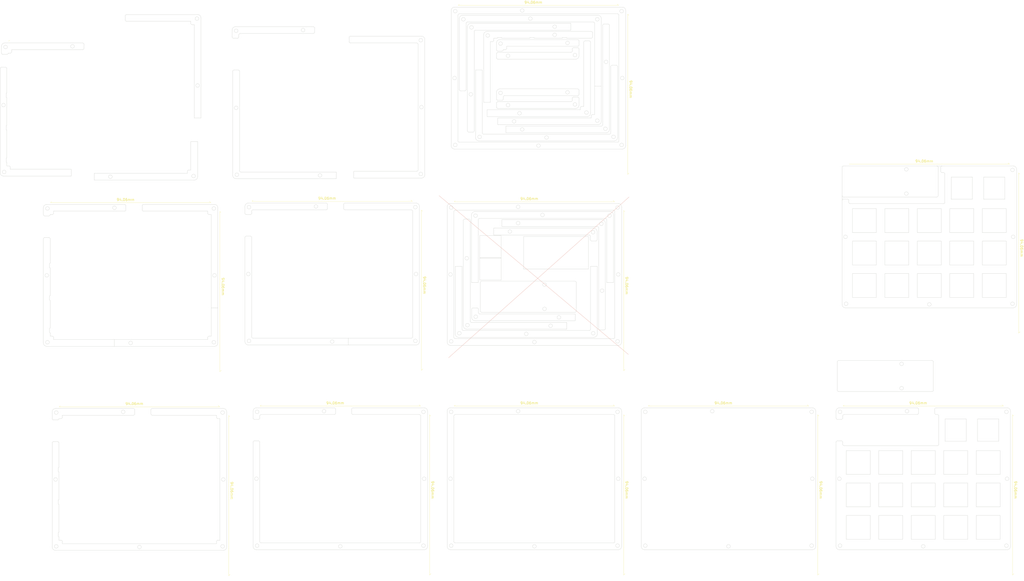
<source format=kicad_pcb>
(kicad_pcb (version 20171130) (host pcbnew "(5.0.2)-1")
  (layers (0 F.Cu signal) (31 B.Cu signal) (34 B.Paste user) (35 F.Paste user) (36 B.SilkS user) (37 F.SilkS user) (38 B.Mask user hide) (39 F.Mask user) (44 Edge.Cuts user))
  (net 0 "")
  (module "#footprint:M2_Hole_Edge.Cuts" (layer F.Cu) (at 194.071875 -86.51875)
    (fp_text reference "" hide)
    (fp_text value "" hide)
    (fp_circle (center 0 0) (end 1.07 0) (layer Edge.Cuts) (width 0.15))
  )
  (module "#footprint:M2_Hole_Edge.Cuts" (layer F.Cu) (at 194.071875 -72.23125)
    (fp_text reference "" hide)
    (fp_text value "" hide)
    (fp_circle (center 0 0) (end 1.07 0) (layer Edge.Cuts) (width 0.15))
  )
  (module "#footprint:M2_Hole_Edge.Cuts" (layer F.Cu) (at 256.38125 -7.540625)
    (fp_text reference "" hide)
    (fp_text value "" hide)
    (fp_circle (center 0 0) (end 1.07 0) (layer Edge.Cuts) (width 0.15))
  )
  (module "#footprint:M2_Hole_Edge.Cuts" (layer F.Cu) (at 158.75 -7.540625)
    (fp_text reference "" hide)
    (fp_text value "" hide)
    (fp_circle (center 0 0) (end 1.07 0) (layer Edge.Cuts) (width 0.15))
  )
  (module "#footprint:RotalyEncoder_Plate_Hole" (layer F.Cu) (at 226.615625 -75.40625)
    (fp_text reference "" hide)
    (fp_text value "" hide)
    (fp_line (start -6.25 -6.5) (end -6.25 6.5) (layer Edge.Cuts) (width 0.15))
    (fp_line (start 6.25 6.5) (end -6.25 6.5) (layer Edge.Cuts) (width 0.15))
    (fp_line (start 6.25 -6.5) (end -6.25 -6.5) (layer Edge.Cuts) (width 0.15))
    (fp_line (start 6.25 -6.5) (end 6.25 6.5) (layer Edge.Cuts) (width 0.15))
  )
  (module "#footprint:RotalyEncoder_Plate_Hole" (layer F.Cu) (at 245.665947 -75.40625)
    (fp_text reference "" hide)
    (fp_text value "" hide)
    (fp_line (start -6.25 -6.5) (end -6.25 6.5) (layer Edge.Cuts) (width 0.15))
    (fp_line (start 6.25 6.5) (end -6.25 6.5) (layer Edge.Cuts) (width 0.15))
    (fp_line (start 6.25 -6.5) (end -6.25 -6.5) (layer Edge.Cuts) (width 0.15))
    (fp_line (start 6.25 -6.5) (end 6.25 6.5) (layer Edge.Cuts) (width 0.15))
  )
  (module "#footprint:M2_Hole_Edge.Cuts" (layer F.Cu) (at 158.353125 -46.83125)
    (fp_text reference "" hide)
    (fp_text value "" hide)
    (fp_circle (center 0 0) (end 1.07 0) (layer Edge.Cuts) (width 0.15))
  )
  (module "#footprint:M2_Hole_Edge.Cuts" (layer F.Cu) (at 207.565625 -7.14375)
    (fp_text reference "" hide)
    (fp_text value "" hide)
    (fp_circle (center 0 0) (end 1.07 0) (layer Edge.Cuts) (width 0.15))
  )
  (module "#footprint:M2_Hole_Edge.Cuts" (layer F.Cu) (at 256.778125 -46.83125)
    (fp_text reference "" hide)
    (fp_text value "" hide)
    (fp_circle (center 0 0) (end 1.07 0) (layer Edge.Cuts) (width 0.15))
  )
  (module "#footprint:M2_Hole_Edge.Cuts" (layer F.Cu) (at 256.38125 -86.121875)
    (fp_text reference "" hide)
    (fp_text value "" hide)
    (fp_circle (center 0 0) (end 1.07 0) (layer Edge.Cuts) (width 0.15))
  )
  (module "#footprint:Keyswitch_Plate_Guide" (layer F.Cu) (at 207.565625 -75.40625)
    (fp_text reference "" hide)
    (fp_text value "" hide)
  )
  (module "#footprint:Keyswitch_Plate_Hole" (layer F.Cu) (at 207.565625 -18.25625)
    (fp_text reference "" hide)
    (fp_text value "" hide)
    (fp_line (start 7 -7) (end 7 7) (layer Edge.Cuts) (width 0.15))
    (fp_line (start 7 -7) (end -7 -7) (layer Edge.Cuts) (width 0.15))
    (fp_line (start 7 7) (end -7 7) (layer Edge.Cuts) (width 0.15))
    (fp_line (start -7 -7) (end -7 7) (layer Edge.Cuts) (width 0.15))
  )
  (module "#footprint:Keyswitch_Plate_Guide" (layer F.Cu) (at 169.465625 -75.40625)
    (fp_text reference "" hide)
    (fp_text value "" hide)
  )
  (module "#footprint:Keyswitch_Plate_Hole" (layer F.Cu) (at 188.515625 -37.30625)
    (fp_text reference "" hide)
    (fp_text value "" hide)
    (fp_line (start -7 -7) (end -7 7) (layer Edge.Cuts) (width 0.15))
    (fp_line (start 7 7) (end -7 7) (layer Edge.Cuts) (width 0.15))
    (fp_line (start 7 -7) (end -7 -7) (layer Edge.Cuts) (width 0.15))
    (fp_line (start 7 -7) (end 7 7) (layer Edge.Cuts) (width 0.15))
  )
  (module "#footprint:Keyswitch_Plate_Hole" (layer F.Cu) (at 169.465625 -18.25625)
    (fp_text reference "" hide)
    (fp_text value "" hide)
    (fp_line (start 7 -7) (end 7 7) (layer Edge.Cuts) (width 0.15))
    (fp_line (start 7 -7) (end -7 -7) (layer Edge.Cuts) (width 0.15))
    (fp_line (start 7 7) (end -7 7) (layer Edge.Cuts) (width 0.15))
    (fp_line (start -7 -7) (end -7 7) (layer Edge.Cuts) (width 0.15))
  )
  (module "#footprint:Keyswitch_Plate_Hole" (layer F.Cu) (at 245.665625 -56.35625)
    (fp_text reference "" hide)
    (fp_text value "" hide)
    (fp_line (start 7 -7) (end 7 7) (layer Edge.Cuts) (width 0.15))
    (fp_line (start 7 -7) (end -7 -7) (layer Edge.Cuts) (width 0.15))
    (fp_line (start 7 7) (end -7 7) (layer Edge.Cuts) (width 0.15))
    (fp_line (start -7 -7) (end -7 7) (layer Edge.Cuts) (width 0.15))
  )
  (module "#footprint:Keyswitch_Plate_Hole" (layer F.Cu) (at 245.665625 -37.30625)
    (fp_text reference "" hide)
    (fp_text value "" hide)
    (fp_line (start -7 -7) (end -7 7) (layer Edge.Cuts) (width 0.15))
    (fp_line (start 7 7) (end -7 7) (layer Edge.Cuts) (width 0.15))
    (fp_line (start 7 -7) (end -7 -7) (layer Edge.Cuts) (width 0.15))
    (fp_line (start 7 -7) (end 7 7) (layer Edge.Cuts) (width 0.15))
  )
  (module "#footprint:Keyswitch_Plate_Hole" (layer F.Cu) (at 226.615625 -56.35625)
    (fp_text reference "" hide)
    (fp_text value "" hide)
    (fp_line (start -7 -7) (end -7 7) (layer Edge.Cuts) (width 0.15))
    (fp_line (start 7 7) (end -7 7) (layer Edge.Cuts) (width 0.15))
    (fp_line (start 7 -7) (end -7 -7) (layer Edge.Cuts) (width 0.15))
    (fp_line (start 7 -7) (end 7 7) (layer Edge.Cuts) (width 0.15))
  )
  (module "#footprint:Keyswitch_Plate_Hole" (layer F.Cu) (at 245.665625 -18.25625)
    (fp_text reference "" hide)
    (fp_text value "" hide)
    (fp_line (start 7 -7) (end 7 7) (layer Edge.Cuts) (width 0.15))
    (fp_line (start 7 -7) (end -7 -7) (layer Edge.Cuts) (width 0.15))
    (fp_line (start 7 7) (end -7 7) (layer Edge.Cuts) (width 0.15))
    (fp_line (start -7 -7) (end -7 7) (layer Edge.Cuts) (width 0.15))
  )
  (module "#footprint:Keyswitch_Plate_Hole" (layer F.Cu) (at 169.465625 -37.30625)
    (fp_text reference "" hide)
    (fp_text value "" hide)
    (fp_line (start 7 -7) (end 7 7) (layer Edge.Cuts) (width 0.15))
    (fp_line (start 7 -7) (end -7 -7) (layer Edge.Cuts) (width 0.15))
    (fp_line (start 7 7) (end -7 7) (layer Edge.Cuts) (width 0.15))
    (fp_line (start -7 -7) (end -7 7) (layer Edge.Cuts) (width 0.15))
  )
  (module "#footprint:Keyswitch_Plate_Hole" (layer F.Cu) (at 188.515625 -18.25625)
    (fp_text reference "" hide)
    (fp_text value "" hide)
    (fp_line (start -7 -7) (end -7 7) (layer Edge.Cuts) (width 0.15))
    (fp_line (start 7 7) (end -7 7) (layer Edge.Cuts) (width 0.15))
    (fp_line (start 7 -7) (end -7 -7) (layer Edge.Cuts) (width 0.15))
    (fp_line (start 7 -7) (end 7 7) (layer Edge.Cuts) (width 0.15))
  )
  (module "#footprint:Keyswitch_Plate_Guide" (layer F.Cu) (at 188.515625 -75.40625)
    (fp_text reference "" hide)
    (fp_text value "" hide)
  )
  (module "#footprint:Keyswitch_Plate_Hole" (layer F.Cu) (at 188.515625 -56.35625)
    (fp_text reference "" hide)
    (fp_text value "" hide)
    (fp_line (start -7 -7) (end -7 7) (layer Edge.Cuts) (width 0.15))
    (fp_line (start 7 7) (end -7 7) (layer Edge.Cuts) (width 0.15))
    (fp_line (start 7 -7) (end -7 -7) (layer Edge.Cuts) (width 0.15))
    (fp_line (start 7 -7) (end 7 7) (layer Edge.Cuts) (width 0.15))
  )
  (module "#footprint:Keyswitch_Plate_Hole" (layer F.Cu) (at 169.465625 -56.35625)
    (fp_text reference "" hide)
    (fp_text value "" hide)
    (fp_line (start 7 -7) (end 7 7) (layer Edge.Cuts) (width 0.15))
    (fp_line (start 7 -7) (end -7 -7) (layer Edge.Cuts) (width 0.15))
    (fp_line (start 7 7) (end -7 7) (layer Edge.Cuts) (width 0.15))
    (fp_line (start -7 -7) (end -7 7) (layer Edge.Cuts) (width 0.15))
  )
  (module "#footprint:Keyswitch_Plate_Hole" (layer F.Cu) (at 226.615625 -18.25625)
    (fp_text reference "" hide)
    (fp_text value "" hide)
    (fp_line (start -7 -7) (end -7 7) (layer Edge.Cuts) (width 0.15))
    (fp_line (start 7 7) (end -7 7) (layer Edge.Cuts) (width 0.15))
    (fp_line (start 7 -7) (end -7 -7) (layer Edge.Cuts) (width 0.15))
    (fp_line (start 7 -7) (end 7 7) (layer Edge.Cuts) (width 0.15))
  )
  (module "#footprint:Keyswitch_Plate_Hole" (layer F.Cu) (at 207.565625 -37.30625)
    (fp_text reference "" hide)
    (fp_text value "" hide)
    (fp_line (start 7 -7) (end 7 7) (layer Edge.Cuts) (width 0.15))
    (fp_line (start 7 -7) (end -7 -7) (layer Edge.Cuts) (width 0.15))
    (fp_line (start 7 7) (end -7 7) (layer Edge.Cuts) (width 0.15))
    (fp_line (start -7 -7) (end -7 7) (layer Edge.Cuts) (width 0.15))
  )
  (module "#footprint:Keyswitch_Plate_Hole" (layer F.Cu) (at 207.565625 -56.35625)
    (fp_text reference "" hide)
    (fp_text value "" hide)
    (fp_line (start 7 -7) (end 7 7) (layer Edge.Cuts) (width 0.15))
    (fp_line (start 7 -7) (end -7 -7) (layer Edge.Cuts) (width 0.15))
    (fp_line (start 7 7) (end -7 7) (layer Edge.Cuts) (width 0.15))
    (fp_line (start -7 -7) (end -7 7) (layer Edge.Cuts) (width 0.15))
  )
  (module "#footprint:Keyswitch_Plate_Hole" (layer F.Cu) (at 226.615625 -37.30625)
    (fp_text reference "" hide)
    (fp_text value "" hide)
    (fp_line (start -7 -7) (end -7 7) (layer Edge.Cuts) (width 0.15))
    (fp_line (start 7 7) (end -7 7) (layer Edge.Cuts) (width 0.15))
    (fp_line (start 7 -7) (end -7 -7) (layer Edge.Cuts) (width 0.15))
    (fp_line (start 7 -7) (end 7 7) (layer Edge.Cuts) (width 0.15))
  )
  (module "#footprint:M2_Hole_Edge.Cuts" (layer F.Cu) (at -44.053125 -131.365625)
    (fp_text reference "" hide)
    (fp_text value "" hide)
    (fp_circle (center 0 0) (end 1.07 0) (layer Edge.Cuts) (width 0.15))
  )
  (module "#footprint:M2_Hole_Edge.Cuts" (layer F.Cu) (at -4.7625 -131.7625)
    (fp_text reference "" hide)
    (fp_text value "" hide)
    (fp_circle (center 0 0) (end 1.07 0) (layer Edge.Cuts) (width 0.15))
  )
  (module "#footprint:M2_Hole_Edge.Cuts" (layer F.Cu) (at -44.053125 -160.3375)
    (fp_text reference "" hide)
    (fp_text value "" hide)
    (fp_circle (center 0 0) (end 1.07 0) (layer Edge.Cuts) (width 0.15))
  )
  (module "#footprint:M2_Hole_Edge.Cuts" (layer F.Cu) (at -4.7625 -160.734375)
    (fp_text reference "" hide)
    (fp_text value "" hide)
    (fp_circle (center 0 0) (end 1.07 0) (layer Edge.Cuts) (width 0.15))
  )
  (module "#footprint:M2_Hole_Edge.Cuts" (layer F.Cu) (at -0.396875 -153.590625 180)
    (fp_text reference "" hide)
    (fp_text value "" hide)
    (fp_circle (center 0 0) (end 1.07 0) (layer Edge.Cuts) (width 0.15))
  )
  (module "#footprint:M2_Hole_Edge.Cuts" (layer F.Cu) (at -39.6875 -153.19375 180)
    (fp_text reference "" hide)
    (fp_text value "" hide)
    (fp_circle (center 0 0) (end 1.07 0) (layer Edge.Cuts) (width 0.15))
  )
  (module "#footprint:M2_Hole_Edge.Cuts" (layer F.Cu) (at -39.6875 -124.221875 180)
    (fp_text reference "" hide)
    (fp_text value "" hide)
    (fp_circle (center 0 0) (end 1.07 0) (layer Edge.Cuts) (width 0.15))
  )
  (module "#footprint:M2_Hole_Edge.Cuts" (layer F.Cu) (at -0.396875 -124.61875 180)
    (fp_text reference "" hide)
    (fp_text value "" hide)
    (fp_circle (center 0 0) (end 1.07 0) (layer Edge.Cuts) (width 0.15))
  )
  (module "#footprint:M2_Hole_Edge.Cuts" (layer F.Cu) (at 6.35 -119.85625 270)
    (fp_text reference "" hide)
    (fp_text value "" hide)
    (fp_circle (center 0 0) (end 1.07 0) (layer Edge.Cuts) (width 0.15))
  )
  (module "#footprint:M2_Hole_Edge.Cuts" (layer F.Cu) (at -32.940625 -119.459375 270)
    (fp_text reference "" hide)
    (fp_text value "" hide)
    (fp_circle (center 0 0) (end 1.07 0) (layer Edge.Cuts) (width 0.15))
  )
  (module "#footprint:M2_Hole_Edge.Cuts" (layer F.Cu) (at -51.59375 -165.1 270)
    (fp_text reference "" hide)
    (fp_text value "" hide)
    (fp_circle (center 0 0) (end 1.07 0) (layer Edge.Cuts) (width 0.15))
  )
  (module "#footprint:M2_Hole_Edge.Cuts" (layer F.Cu) (at -12.303125 -165.496875 270)
    (fp_text reference "" hide)
    (fp_text value "" hide)
    (fp_circle (center 0 0) (end 1.07 0) (layer Edge.Cuts) (width 0.15))
  )
  (module "#footprint:M2_Hole_Edge.Cuts" (layer F.Cu) (at 12.7 -115.09375)
    (fp_text reference "" hide)
    (fp_text value "" hide)
    (fp_circle (center 0 0) (end 1.07 0) (layer Edge.Cuts) (width 0.15))
  )
  (module "#footprint:M2_Hole_Edge.Cuts" (layer F.Cu) (at -36.115625 -114.696875)
    (fp_text reference "" hide)
    (fp_text value "" hide)
    (fp_circle (center 0 0) (end 1.07 0) (layer Edge.Cuts) (width 0.15))
  )
  (module "#footprint:M2_Hole_Edge.Cuts" (layer B.Cu) (at 17.4625 -110.33125 180)
    (fp_text reference "" hide)
    (fp_text value "" hide)
    (fp_circle (center 0 0) (end 1.07 0) (layer Edge.Cuts) (width 0.15))
  )
  (module "#footprint:M2_Hole_Edge.Cuts" (layer B.Cu) (at -31.353125 -109.934375 180)
    (fp_text reference "" hide)
    (fp_text value "" hide)
    (fp_circle (center 0 0) (end 1.07 0) (layer Edge.Cuts) (width 0.15))
  )
  (module "#footprint:M2_Hole_Edge.Cuts" (layer B.Cu) (at 17.859375 -149.621875 180)
    (fp_text reference "" hide)
    (fp_text value "" hide)
    (fp_circle (center 0 0) (end 1.07 0) (layer Edge.Cuts) (width 0.15))
  )
  (module "#footprint:M2_Hole_Edge.Cuts" (layer B.Cu) (at -61.515625 -130.571875)
    (fp_text reference "" hide)
    (fp_text value "" hide)
    (fp_circle (center 0 0) (end 1.07 0) (layer Edge.Cuts) (width 0.15))
  )
  (module "#footprint:M2_Hole_Edge.Cuts" (layer B.Cu) (at -61.11875 -169.8625)
    (fp_text reference "" hide)
    (fp_text value "" hide)
    (fp_circle (center 0 0) (end 1.07 0) (layer Edge.Cuts) (width 0.15))
  )
  (module "#footprint:M2_Hole_Edge.Cuts" (layer B.Cu) (at -12.303125 -170.259375)
    (fp_text reference "" hide)
    (fp_text value "" hide)
    (fp_circle (center 0 0) (end 1.07 0) (layer Edge.Cuts) (width 0.15))
  )
  (module "#footprint:M2_Hole_Edge.Cuts" (layer F.Cu) (at -17.065625 -105.171875 270)
    (fp_text reference "" hide)
    (fp_text value "" hide)
    (fp_circle (center 0 0) (end 1.07 0) (layer Edge.Cuts) (width 0.15))
  )
  (module "#footprint:M2_Hole_Edge.Cuts" (layer F.Cu) (at 22.225 -105.56875 270)
    (fp_text reference "" hide)
    (fp_text value "" hide)
    (fp_circle (center 0 0) (end 1.07 0) (layer Edge.Cuts) (width 0.15))
  )
  (module "#footprint:M2_Hole_Edge.Cuts" (layer F.Cu) (at -56.35625 -105.56875 270)
    (fp_text reference "" hide)
    (fp_text value "" hide)
    (fp_circle (center 0 0) (end 1.07 0) (layer Edge.Cuts) (width 0.15))
  )
  (module "#footprint:M2_Hole_Edge.Cuts" (layer F.Cu) (at -65.88125 -174.625 90)
    (fp_text reference "" hide)
    (fp_text value "" hide)
    (fp_circle (center 0 0) (end 1.07 0) (layer Edge.Cuts) (width 0.15))
  )
  (module "#footprint:M2_Hole_Edge.Cuts" (layer F.Cu) (at -26.590625 -175.021875 90)
    (fp_text reference "" hide)
    (fp_text value "" hide)
    (fp_circle (center 0 0) (end 1.07 0) (layer Edge.Cuts) (width 0.15))
  )
  (module "#footprint:M2_Hole_Edge.Cuts" (layer F.Cu) (at 12.7 -174.625 90)
    (fp_text reference "" hide)
    (fp_text value "" hide)
    (fp_circle (center 0 0) (end 1.07 0) (layer Edge.Cuts) (width 0.15))
  )
  (module "#footprint:M2_Hole_Edge.Cuts" (layer F.Cu) (at -199.23125 -167.878125)
    (fp_text reference "" hide)
    (fp_text value "" hide)
    (fp_circle (center 0 0) (end 1.07 0) (layer Edge.Cuts) (width 0.15))
  )
  (module "#footprint:M2_Hole_Edge.Cuts" (layer F.Cu) (at -159.940625 -168.275)
    (fp_text reference "" hide)
    (fp_text value "" hide)
    (fp_circle (center 0 0) (end 1.07 0) (layer Edge.Cuts) (width 0.15))
  )
  (module "#footprint:M2_Hole_Edge.Cuts" (layer F.Cu) (at -90.884375 -83.740625)
    (fp_text reference "" hide)
    (fp_text value "" hide)
    (fp_circle (center 0 0) (end 1.07 0) (layer Edge.Cuts) (width 0.15))
  )
  (module "#footprint:M2_Hole_Edge.Cuts" (layer F.Cu) (at -90.4875 -123.03125)
    (fp_text reference "" hide)
    (fp_text value "" hide)
    (fp_circle (center 0 0) (end 1.07 0) (layer Edge.Cuts) (width 0.15))
  )
  (module "#footprint:M2_Hole_Edge.Cuts" (layer F.Cu) (at -90.884375 -162.321875)
    (fp_text reference "" hide)
    (fp_text value "" hide)
    (fp_circle (center 0 0) (end 1.07 0) (layer Edge.Cuts) (width 0.15))
  )
  (module "#footprint:M2_Hole_Edge.Cuts" (layer F.Cu) (at -150.01875 -82.946875)
    (fp_text reference "" hide)
    (fp_text value "" hide)
    (fp_circle (center 0 0) (end 1.07 0) (layer Edge.Cuts) (width 0.15))
  )
  (module "#footprint:M2_Hole_Edge.Cuts" (layer F.Cu) (at -198.834375 -83.34375)
    (fp_text reference "" hide)
    (fp_text value "" hide)
    (fp_circle (center 0 0) (end 1.07 0) (layer Edge.Cuts) (width 0.15))
  )
  (module "#footprint:M2_Hole_Edge.Cuts" (layer F.Cu) (at -199.23125 -122.634375)
    (fp_text reference "" hide)
    (fp_text value "" hide)
    (fp_circle (center 0 0) (end 1.07 0) (layer Edge.Cuts) (width 0.15))
  )
  (module "#footprint:M2_Hole_Edge.Cuts" (layer F.Cu) (at -31.353125 -179.784375)
    (fp_text reference "" hide)
    (fp_text value "" hide)
    (fp_circle (center 0 0) (end 1.07 0) (layer Edge.Cuts) (width 0.15))
  )
  (module "#footprint:M2_Hole_Edge.Cuts" (layer F.Cu) (at -70.64375 -179.3875)
    (fp_text reference "" hide)
    (fp_text value "" hide)
    (fp_circle (center 0 0) (end 1.07 0) (layer Edge.Cuts) (width 0.15))
  )
  (module "#footprint:M2_Hole_Edge.Cuts" (layer F.Cu) (at -70.64375 -100.80625)
    (fp_text reference "" hide)
    (fp_text value "" hide)
    (fp_circle (center 0 0) (end 1.07 0) (layer Edge.Cuts) (width 0.15))
  )
  (module "#footprint:M2_Hole_Edge.Cuts" (layer F.Cu) (at -21.828125 -100.409375)
    (fp_text reference "" hide)
    (fp_text value "" hide)
    (fp_circle (center 0 0) (end 1.07 0) (layer Edge.Cuts) (width 0.15))
  )
  (module "#footprint:M2_Hole_Edge.Cuts" (layer F.Cu) (at 26.9875 -100.80625)
    (fp_text reference "" hide)
    (fp_text value "" hide)
    (fp_circle (center 0 0) (end 1.07 0) (layer Edge.Cuts) (width 0.15))
  )
  (module "#footprint:M2_Hole_Edge.Cuts" (layer F.Cu) (at -71.040625 -140.096875)
    (fp_text reference "" hide)
    (fp_text value "" hide)
    (fp_circle (center 0 0) (end 1.07 0) (layer Edge.Cuts) (width 0.15))
  )
  (module "#footprint:M2_Hole_Edge.Cuts" (layer F.Cu) (at 27.384375 -140.096875)
    (fp_text reference "" hide)
    (fp_text value "" hide)
    (fp_circle (center 0 0) (end 1.07 0) (layer Edge.Cuts) (width 0.15))
  )
  (module "#footprint:M2_Hole_Edge.Cuts" (layer F.Cu) (at 26.9875 -179.3875)
    (fp_text reference "" hide)
    (fp_text value "" hide)
    (fp_circle (center 0 0) (end 1.07 0) (layer Edge.Cuts) (width 0.15))
  )
  (module "#footprint:M2_Hole_Edge.Cuts" (layer F.Cu) (at -221.853125 -135.73125)
    (fp_text reference "" hide)
    (fp_text value "" hide)
    (fp_circle (center 0 0) (end 1.07 0) (layer Edge.Cuts) (width 0.15))
  )
  (module "#footprint:M2_Hole_Edge.Cuts" (layer F.Cu) (at -222.25 -175.021875)
    (fp_text reference "" hide)
    (fp_text value "" hide)
    (fp_circle (center 0 0) (end 1.07 0) (layer Edge.Cuts) (width 0.15))
  )
  (module "#footprint:M2_Hole_Edge.Cuts" (layer F.Cu) (at -224.234375 -82.55)
    (fp_text reference "" hide)
    (fp_text value "" hide)
    (fp_circle (center 0 0) (end 1.07 0) (layer Edge.Cuts) (width 0.15))
  )
  (module "#footprint:M2_Hole_Edge.Cuts" (layer F.Cu) (at -273.05 -82.153125)
    (fp_text reference "" hide)
    (fp_text value "" hide)
    (fp_circle (center 0 0) (end 1.07 0) (layer Edge.Cuts) (width 0.15))
  )
  (module "#footprint:M2_Hole_Edge.Cuts" (layer F.Cu) (at -335.75625 -124.221875)
    (fp_text reference "" hide)
    (fp_text value "" hide)
    (fp_circle (center 0 0) (end 1.07 0) (layer Edge.Cuts) (width 0.15))
  )
  (module "#footprint:M2_Hole_Edge.Cuts" (layer F.Cu) (at -335.359375 -84.93125)
    (fp_text reference "" hide)
    (fp_text value "" hide)
    (fp_circle (center 0 0) (end 1.07 0) (layer Edge.Cuts) (width 0.15))
  )
  (module "#footprint:M2_Hole_Edge.Cuts" (layer F.Cu) (at -334.565625 -158.353125)
    (fp_text reference "" hide)
    (fp_text value "" hide)
    (fp_circle (center 0 0) (end 1.07 0) (layer Edge.Cuts) (width 0.15))
  )
  (module "#footprint:M2_Hole_Edge.Cuts" (layer F.Cu) (at -295.275 -158.75)
    (fp_text reference "" hide)
    (fp_text value "" hide)
    (fp_circle (center 0 0) (end 1.07 0) (layer Edge.Cuts) (width 0.15))
  )
  (module "#footprint:M2_Hole_Edge.Cuts" (layer F.Cu) (at -309.959375 -63.5)
    (fp_text reference "" hide)
    (fp_text value "" hide)
    (fp_circle (center 0 0) (end 1.07 0) (layer Edge.Cuts) (width 0.15))
  )
  (module "#footprint:M2_Hole_Edge.Cuts" (layer F.Cu) (at -212.328125 15.08125)
    (fp_text reference "" hide)
    (fp_text value "" hide)
    (fp_circle (center 0 0) (end 1.07 0) (layer Edge.Cuts) (width 0.15))
  )
  (module "#footprint:Keyswitch_Plate_Guide" (layer F.Cu) (at -261.14375 -33.734375)
    (fp_text reference "" hide)
    (fp_text value "" hide)
  )
  (module "#footprint:M2_Hole_Edge.Cuts" (layer F.Cu) (at -211.93125 -24.209375)
    (fp_text reference "" hide)
    (fp_text value "" hide)
    (fp_circle (center 0 0) (end 1.07 0) (layer Edge.Cuts) (width 0.15))
  )
  (module "#footprint:M2_Hole_Edge.Cuts" (layer F.Cu) (at -310.35625 -24.209375)
    (fp_text reference "" hide)
    (fp_text value "" hide)
    (fp_circle (center 0 0) (end 1.07 0) (layer Edge.Cuts) (width 0.15))
  )
  (module "#footprint:M2_Hole_Edge.Cuts" (layer F.Cu) (at -309.959375 15.08125)
    (fp_text reference "" hide)
    (fp_text value "" hide)
    (fp_circle (center 0 0) (end 1.07 0) (layer Edge.Cuts) (width 0.15))
  )
  (module "#footprint:M2_Hole_Edge.Cuts" (layer F.Cu) (at -270.66875 -63.896875)
    (fp_text reference "" hide)
    (fp_text value "" hide)
    (fp_circle (center 0 0) (end 1.07 0) (layer Edge.Cuts) (width 0.15))
  )
  (module "#footprint:Keyswitch_Plate_Guide" (layer F.Cu) (at -261.14375 4.365625)
    (fp_text reference "" hide)
    (fp_text value "" hide)
  )
  (module "#footprint:M2_Hole_Edge.Cuts" (layer F.Cu) (at -212.328125 -63.5)
    (fp_text reference "" hide)
    (fp_text value "" hide)
    (fp_circle (center 0 0) (end 1.07 0) (layer Edge.Cuts) (width 0.15))
  )
  (module "#footprint:Keyswitch_Plate_Guide" (layer F.Cu) (at -223.04375 -14.684375)
    (fp_text reference "" hide)
    (fp_text value "" hide)
  )
  (module "#footprint:Keyswitch_Plate_Guide" (layer F.Cu) (at -299.24375 -52.784375)
    (fp_text reference "" hide)
    (fp_text value "" hide)
  )
  (module "#footprint:M2_Hole_Edge.Cuts" (layer F.Cu) (at -261.14375 15.478125)
    (fp_text reference "" hide)
    (fp_text value "" hide)
    (fp_circle (center 0 0) (end 1.07 0) (layer Edge.Cuts) (width 0.15))
  )
  (module "#footprint:Keyswitch_Plate_Guide" (layer F.Cu) (at -242.09375 4.365625)
    (fp_text reference "" hide)
    (fp_text value "" hide)
  )
  (module "#footprint:Keyswitch_Plate_Guide" (layer F.Cu) (at -223.04375 -33.734375)
    (fp_text reference "" hide)
    (fp_text value "" hide)
  )
  (module "#footprint:Keyswitch_Plate_Guide" (layer F.Cu) (at -280.19375 -14.684375)
    (fp_text reference "" hide)
    (fp_text value "" hide)
  )
  (module "#footprint:Keyswitch_Plate_Guide" (layer F.Cu) (at -299.24375 4.365625)
    (fp_text reference "" hide)
    (fp_text value "" hide)
  )
  (module "#footprint:Keyswitch_Plate_Guide" (layer F.Cu) (at -280.19375 -33.734375)
    (fp_text reference "" hide)
    (fp_text value "" hide)
  )
  (module "#footprint:Keyswitch_Plate_Guide" (layer F.Cu) (at -261.14375 -14.684375)
    (fp_text reference "" hide)
    (fp_text value "" hide)
  )
  (module "#footprint:Keyswitch_Plate_Guide" (layer F.Cu) (at -261.14375 -52.784375)
    (fp_text reference "" hide)
    (fp_text value "" hide)
  )
  (module "#footprint:Keyswitch_Plate_Guide" (layer F.Cu) (at -223.043428 -52.784375)
    (fp_text reference "" hide)
    (fp_text value "" hide)
  )
  (module "#footprint:Keyswitch_Plate_Guide" (layer F.Cu) (at -299.24375 -14.684375)
    (fp_text reference "" hide)
    (fp_text value "" hide)
  )
  (module "#footprint:Keyswitch_Plate_Guide" (layer F.Cu) (at -280.19375 4.365625)
    (fp_text reference "" hide)
    (fp_text value "" hide)
  )
  (module "#footprint:Keyswitch_Plate_Guide" (layer F.Cu) (at -242.09375 -33.734375)
    (fp_text reference "" hide)
    (fp_text value "" hide)
  )
  (module "#footprint:Keyswitch_Plate_Guide" (layer F.Cu) (at -299.24375 -33.734375)
    (fp_text reference "" hide)
    (fp_text value "" hide)
  )
  (module "#footprint:Keyswitch_Plate_Guide" (layer F.Cu) (at -280.19375 -52.784375)
    (fp_text reference "" hide)
    (fp_text value "" hide)
  )
  (module "#footprint:Keyswitch_Plate_Guide" (layer F.Cu) (at -242.09375 -14.684375)
    (fp_text reference "" hide)
    (fp_text value "" hide)
  )
  (module "#footprint:Keyswitch_Plate_Guide" (layer F.Cu) (at -242.09375 -52.784375)
    (fp_text reference "" hide)
    (fp_text value "" hide)
  )
  (module "#footprint:Keyswitch_Plate_Guide" (layer F.Cu) (at -223.04375 4.365625)
    (fp_text reference "" hide)
    (fp_text value "" hide)
  )
  (module "#footprint:M2_Hole_Edge.Cuts" (layer F.Cu) (at -207.16875 134.9375)
    (fp_text reference "" hide)
    (fp_text value "" hide)
    (fp_circle (center 0 0) (end 1.07 0) (layer Edge.Cuts) (width 0.15))
  )
  (module "#footprint:M2_Hole_Edge.Cuts" (layer F.Cu) (at -265.509375 55.959375)
    (fp_text reference "" hide)
    (fp_text value "" hide)
    (fp_circle (center 0 0) (end 1.07 0) (layer Edge.Cuts) (width 0.15))
  )
  (module "#footprint:M2_Hole_Edge.Cuts" (layer F.Cu) (at -305.196875 95.646875)
    (fp_text reference "" hide)
    (fp_text value "" hide)
    (fp_circle (center 0 0) (end 1.07 0) (layer Edge.Cuts) (width 0.15))
  )
  (module "#footprint:M2_Hole_Edge.Cuts" (layer F.Cu) (at -304.8 56.35625)
    (fp_text reference "" hide)
    (fp_text value "" hide)
    (fp_circle (center 0 0) (end 1.07 0) (layer Edge.Cuts) (width 0.15))
  )
  (module "#footprint:M2_Hole_Edge.Cuts" (layer F.Cu) (at -206.771875 95.646875)
    (fp_text reference "" hide)
    (fp_text value "" hide)
    (fp_circle (center 0 0) (end 1.07 0) (layer Edge.Cuts) (width 0.15))
  )
  (module "#footprint:M2_Hole_Edge.Cuts" (layer F.Cu) (at -207.16875 56.35625)
    (fp_text reference "" hide)
    (fp_text value "" hide)
    (fp_circle (center 0 0) (end 1.07 0) (layer Edge.Cuts) (width 0.15))
  )
  (module "#footprint:M2_Hole_Edge.Cuts" (layer F.Cu) (at -255.984375 135.334375)
    (fp_text reference "" hide)
    (fp_text value "" hide)
    (fp_circle (center 0 0) (end 1.07 0) (layer Edge.Cuts) (width 0.15))
  )
  (module "#footprint:M2_Hole_Edge.Cuts" (layer F.Cu) (at -304.8 134.9375)
    (fp_text reference "" hide)
    (fp_text value "" hide)
    (fp_circle (center 0 0) (end 1.07 0) (layer Edge.Cuts) (width 0.15))
  )
  (module "#footprint:Keyswitch_Plate_Guide" (layer F.Cu) (at -255.984375 86.121875)
    (fp_text reference "" hide)
    (fp_text value "" hide)
  )
  (module "#footprint:Keyswitch_Plate_Guide" (layer F.Cu) (at -294.084375 67.071875)
    (fp_text reference "" hide)
    (fp_text value "" hide)
  )
  (module "#footprint:Keyswitch_Plate_Guide" (layer F.Cu) (at -217.884375 105.171875)
    (fp_text reference "" hide)
    (fp_text value "" hide)
  )
  (module "#footprint:Keyswitch_Plate_Guide" (layer F.Cu) (at -255.984375 124.221875)
    (fp_text reference "" hide)
    (fp_text value "" hide)
  )
  (module "#footprint:Keyswitch_Plate_Guide" (layer F.Cu) (at -236.934375 67.071875)
    (fp_text reference "" hide)
    (fp_text value "" hide)
  )
  (module "#footprint:Keyswitch_Plate_Guide" (layer F.Cu) (at -294.084375 124.221875)
    (fp_text reference "" hide)
    (fp_text value "" hide)
  )
  (module "#footprint:Keyswitch_Plate_Guide" (layer F.Cu) (at -217.884375 86.121875)
    (fp_text reference "" hide)
    (fp_text value "" hide)
  )
  (module "#footprint:Keyswitch_Plate_Guide" (layer F.Cu) (at -236.934375 124.221875)
    (fp_text reference "" hide)
    (fp_text value "" hide)
  )
  (module "#footprint:Keyswitch_Plate_Guide" (layer F.Cu) (at -217.884053 67.071875)
    (fp_text reference "" hide)
    (fp_text value "" hide)
  )
  (module "#footprint:Keyswitch_Plate_Guide" (layer F.Cu) (at -275.034375 86.121875)
    (fp_text reference "" hide)
    (fp_text value "" hide)
  )
  (module "#footprint:Keyswitch_Plate_Guide" (layer F.Cu) (at -275.034375 124.221875)
    (fp_text reference "" hide)
    (fp_text value "" hide)
  )
  (module "#footprint:Keyswitch_Plate_Guide" (layer F.Cu) (at -236.934375 105.171875)
    (fp_text reference "" hide)
    (fp_text value "" hide)
  )
  (module "#footprint:Keyswitch_Plate_Guide" (layer F.Cu) (at -294.084375 86.121875)
    (fp_text reference "" hide)
    (fp_text value "" hide)
  )
  (module "#footprint:Keyswitch_Plate_Guide" (layer F.Cu) (at -236.934375 86.121875)
    (fp_text reference "" hide)
    (fp_text value "" hide)
  )
  (module "#footprint:Keyswitch_Plate_Guide" (layer F.Cu) (at -255.984375 67.071875)
    (fp_text reference "" hide)
    (fp_text value "" hide)
  )
  (module "#footprint:Keyswitch_Plate_Guide" (layer F.Cu) (at -275.034375 67.071875)
    (fp_text reference "" hide)
    (fp_text value "" hide)
  )
  (module "#footprint:Keyswitch_Plate_Guide" (layer F.Cu) (at -275.034375 105.171875)
    (fp_text reference "" hide)
    (fp_text value "" hide)
  )
  (module "#footprint:Keyswitch_Plate_Guide" (layer F.Cu) (at -294.084375 105.171875)
    (fp_text reference "" hide)
    (fp_text value "" hide)
  )
  (module "#footprint:Keyswitch_Plate_Guide" (layer F.Cu) (at -217.884375 124.221875)
    (fp_text reference "" hide)
    (fp_text value "" hide)
  )
  (module "#footprint:Keyswitch_Plate_Guide" (layer F.Cu) (at -255.984375 105.171875)
    (fp_text reference "" hide)
    (fp_text value "" hide)
  )
  (module "#footprint:Keyswitch_Plate_Guide" (layer F.Cu) (at -62.309375 66.675)
    (fp_text reference "" hide)
    (fp_text value "" hide)
  )
  (module "#footprint:Keyswitch_Plate_Guide" (layer F.Cu) (at -5.159375 123.825)
    (fp_text reference "" hide)
    (fp_text value "" hide)
  )
  (module "#footprint:Keyswitch_Plate_Guide" (layer F.Cu) (at 13.890947 66.675)
    (fp_text reference "" hide)
    (fp_text value "" hide)
  )
  (module "#footprint:Keyswitch_Plate_Guide" (layer F.Cu) (at -24.209375 66.675)
    (fp_text reference "" hide)
    (fp_text value "" hide)
  )
  (module "#footprint:Keyswitch_Plate_Guide" (layer F.Cu) (at -43.259375 123.825)
    (fp_text reference "" hide)
    (fp_text value "" hide)
  )
  (module "#footprint:Keyswitch_Plate_Guide" (layer F.Cu) (at -62.309375 123.825)
    (fp_text reference "" hide)
    (fp_text value "" hide)
  )
  (module "#footprint:Keyswitch_Plate_Guide" (layer F.Cu) (at -43.259375 66.675)
    (fp_text reference "" hide)
    (fp_text value "" hide)
  )
  (module "#footprint:M2_Hole_Edge.Cuts" (layer F.Cu) (at -24.209375 134.9375)
    (fp_text reference "" hide)
    (fp_text value "" hide)
    (fp_circle (center 0 0) (end 1.07 0) (layer Edge.Cuts) (width 0.15))
  )
  (module "#footprint:M2_Hole_Edge.Cuts" (layer F.Cu) (at 24.60625 55.959375)
    (fp_text reference "" hide)
    (fp_text value "" hide)
    (fp_circle (center 0 0) (end 1.07 0) (layer Edge.Cuts) (width 0.15))
  )
  (module "#footprint:Keyswitch_Plate_Guide" (layer F.Cu) (at -5.159375 66.675)
    (fp_text reference "" hide)
    (fp_text value "" hide)
  )
  (module "#footprint:Keyswitch_Plate_Guide" (layer F.Cu) (at -62.309375 85.725)
    (fp_text reference "" hide)
    (fp_text value "" hide)
  )
  (module "#footprint:M2_Hole_Edge.Cuts" (layer F.Cu) (at -73.025 55.959375)
    (fp_text reference "" hide)
    (fp_text value "" hide)
    (fp_circle (center 0 0) (end 1.07 0) (layer Edge.Cuts) (width 0.15))
  )
  (module "#footprint:M2_Hole_Edge.Cuts" (layer F.Cu) (at 25.003125 95.25)
    (fp_text reference "" hide)
    (fp_text value "" hide)
    (fp_circle (center 0 0) (end 1.07 0) (layer Edge.Cuts) (width 0.15))
  )
  (module "#footprint:Keyswitch_Plate_Guide" (layer F.Cu) (at -62.309375 104.775)
    (fp_text reference "" hide)
    (fp_text value "" hide)
  )
  (module "#footprint:Keyswitch_Plate_Guide" (layer F.Cu) (at 13.890625 85.725)
    (fp_text reference "" hide)
    (fp_text value "" hide)
  )
  (module "#footprint:M2_Hole_Edge.Cuts" (layer F.Cu) (at -73.421875 95.25)
    (fp_text reference "" hide)
    (fp_text value "" hide)
    (fp_circle (center 0 0) (end 1.07 0) (layer Edge.Cuts) (width 0.15))
  )
  (module "#footprint:M2_Hole_Edge.Cuts" (layer F.Cu) (at 24.60625 134.540625)
    (fp_text reference "" hide)
    (fp_text value "" hide)
    (fp_circle (center 0 0) (end 1.07 0) (layer Edge.Cuts) (width 0.15))
  )
  (module "#footprint:Keyswitch_Plate_Guide" (layer F.Cu) (at 13.890625 104.775)
    (fp_text reference "" hide)
    (fp_text value "" hide)
  )
  (module "#footprint:M2_Hole_Edge.Cuts" (layer F.Cu) (at -73.025 134.540625)
    (fp_text reference "" hide)
    (fp_text value "" hide)
    (fp_circle (center 0 0) (end 1.07 0) (layer Edge.Cuts) (width 0.15))
  )
  (module "#footprint:Keyswitch_Plate_Guide" (layer F.Cu) (at -24.209375 123.825)
    (fp_text reference "" hide)
    (fp_text value "" hide)
  )
  (module "#footprint:M2_Hole_Edge.Cuts" (layer F.Cu) (at -33.734375 55.5625)
    (fp_text reference "" hide)
    (fp_text value "" hide)
    (fp_circle (center 0 0) (end 1.07 0) (layer Edge.Cuts) (width 0.15))
  )
  (module "#footprint:Keyswitch_Plate_Guide" (layer F.Cu) (at 13.890625 123.825)
    (fp_text reference "" hide)
    (fp_text value "" hide)
  )
  (module "#footprint:M2_Hole_Edge.Cuts" (layer F.Cu) (at -18.25625 -18.796875)
    (fp_text reference "" hide)
    (fp_text value "" hide)
    (fp_circle (center 0 0) (end 1.07 0) (layer Edge.Cuts) (width 0.15))
  )
  (module "#footprint:M2_Hole_Edge.Cuts" (layer F.Cu) (at -18.25625 -4.509375)
    (fp_text reference "" hide)
    (fp_text value "" hide)
    (fp_circle (center 0 0) (end 1.07 0) (layer Edge.Cuts) (width 0.15))
  )
  (module "#footprint:M2_Hole_Edge.Cuts" (layer B.Cu) (at -38.599181 -49.950824 180)
    (fp_text reference "" hide)
    (fp_text value "" hide)
    (fp_circle (center 0 0) (end 1.07 0) (layer Edge.Cuts) (width 0.15))
  )
  (module "#footprint:M2_Hole_Edge.Cuts" (layer B.Cu) (at 10.216444 -49.553949 180)
    (fp_text reference "" hide)
    (fp_text value "" hide)
    (fp_circle (center 0 0) (end 1.07 0) (layer Edge.Cuts) (width 0.15))
  )
  (module "#footprint:M2_Hole_Edge.Cuts" (layer F.Cu) (at -63.896875 -34.275)
    (fp_text reference "" hide)
    (fp_text value "" hide)
    (fp_circle (center 0 0) (end 1.07 0) (layer Edge.Cuts) (width 0.15))
  )
  (module "#footprint:M2_Hole_Edge.Cuts" (layer F.Cu) (at -63.5 5.015625)
    (fp_text reference "" hide)
    (fp_text value "" hide)
    (fp_circle (center 0 0) (end 1.07 0) (layer Edge.Cuts) (width 0.15))
  )
  (module "#footprint:M2_Hole_Edge.Cuts" (layer F.Cu) (at -14.684375 5.4125)
    (fp_text reference "" hide)
    (fp_text value "" hide)
    (fp_circle (center 0 0) (end 1.07 0) (layer Edge.Cuts) (width 0.15))
  )
  (module "#footprint:M2_Hole_Edge.Cuts" (layer F.Cu) (at 15.08125 -54.515625 180)
    (fp_text reference "" hide)
    (fp_text value "" hide)
    (fp_circle (center 0 0) (end 1.07 0) (layer Edge.Cuts) (width 0.15))
  )
  (module "#footprint:M2_Hole_Edge.Cuts" (layer F.Cu) (at -33.734375 -54.9125 180)
    (fp_text reference "" hide)
    (fp_text value "" hide)
    (fp_circle (center 0 0) (end 1.07 0) (layer Edge.Cuts) (width 0.15))
  )
  (module "#footprint:M2_Hole_Edge.Cuts" (layer F.Cu) (at 15.478125 -15.225 180)
    (fp_text reference "" hide)
    (fp_text value "" hide)
    (fp_circle (center 0 0) (end 1.07 0) (layer Edge.Cuts) (width 0.15))
  )
  (module "#footprint:M2_Hole_Edge.Cuts" (layer F.Cu) (at 19.84375 -59.278125 90)
    (fp_text reference "" hide)
    (fp_text value "" hide)
    (fp_circle (center 0 0) (end 1.07 0) (layer Edge.Cuts) (width 0.15))
  )
  (module "#footprint:M2_Hole_Edge.Cuts" (layer F.Cu) (at -58.7375 -59.278125 90)
    (fp_text reference "" hide)
    (fp_text value "" hide)
    (fp_circle (center 0 0) (end 1.07 0) (layer Edge.Cuts) (width 0.15))
  )
  (module "#footprint:M2_Hole_Edge.Cuts" (layer F.Cu) (at -19.446875 -59.675 90)
    (fp_text reference "" hide)
    (fp_text value "" hide)
    (fp_circle (center 0 0) (end 1.07 0) (layer Edge.Cuts) (width 0.15))
  )
  (module "#footprint:M2_Hole_Edge.Cuts" (layer F.Cu) (at -68.2625 9.778125 270)
    (fp_text reference "" hide)
    (fp_text value "" hide)
    (fp_circle (center 0 0) (end 1.07 0) (layer Edge.Cuts) (width 0.15))
  )
  (module "#footprint:M2_Hole_Edge.Cuts" (layer F.Cu) (at 10.31875 9.778125 270)
    (fp_text reference "" hide)
    (fp_text value "" hide)
    (fp_circle (center 0 0) (end 1.07 0) (layer Edge.Cuts) (width 0.15))
  )
  (module "#footprint:M2_Hole_Edge.Cuts" (layer F.Cu) (at -28.971875 10.175 270)
    (fp_text reference "" hide)
    (fp_text value "" hide)
    (fp_circle (center 0 0) (end 1.07 0) (layer Edge.Cuts) (width 0.15))
  )
  (module "#footprint:M2_Hole_Edge.Cuts" (layer B.Cu) (at -9.819569 0.450824)
    (fp_text reference "" hide)
    (fp_text value "" hide)
    (fp_circle (center 0 0) (end 1.07 0) (layer Edge.Cuts) (width 0.15))
  )
  (module "#footprint:M2_Hole_Edge.Cuts" (layer B.Cu) (at -58.635194 0.053949)
    (fp_text reference "" hide)
    (fp_text value "" hide)
    (fp_circle (center 0 0) (end 1.07 0) (layer Edge.Cuts) (width 0.15))
  )
  (module "#footprint:M2_Hole_Edge.Cuts" (layer F.Cu) (at -94.059375 -64.29375)
    (fp_text reference "" hide)
    (fp_text value "" hide)
    (fp_circle (center 0 0) (end 1.07 0) (layer Edge.Cuts) (width 0.15))
  )
  (module "#footprint:M2_Hole_Edge.Cuts" (layer F.Cu) (at -93.6625 -25.003125)
    (fp_text reference "" hide)
    (fp_text value "" hide)
    (fp_circle (center 0 0) (end 1.07 0) (layer Edge.Cuts) (width 0.15))
  )
  (module "#footprint:M2_Hole_Edge.Cuts" (layer F.Cu) (at -191.690625 -64.29375)
    (fp_text reference "" hide)
    (fp_text value "" hide)
    (fp_circle (center 0 0) (end 1.07 0) (layer Edge.Cuts) (width 0.15))
  )
  (module "#footprint:M2_Hole_Edge.Cuts" (layer F.Cu) (at -192.0875 -25.003125)
    (fp_text reference "" hide)
    (fp_text value "" hide)
    (fp_circle (center 0 0) (end 1.07 0) (layer Edge.Cuts) (width 0.15))
  )
  (module "#footprint:M2_Hole_Edge.Cuts" (layer F.Cu) (at -152.4 -64.690625)
    (fp_text reference "" hide)
    (fp_text value "" hide)
    (fp_circle (center 0 0) (end 1.07 0) (layer Edge.Cuts) (width 0.15))
  )
  (module "#footprint:M2_Hole_Edge.Cuts" (layer F.Cu) (at -191.690625 14.2875)
    (fp_text reference "" hide)
    (fp_text value "" hide)
    (fp_circle (center 0 0) (end 1.07 0) (layer Edge.Cuts) (width 0.15))
  )
  (module "#footprint:M2_Hole_Edge.Cuts" (layer F.Cu) (at -142.875 14.684375)
    (fp_text reference "" hide)
    (fp_text value "" hide)
    (fp_circle (center 0 0) (end 1.07 0) (layer Edge.Cuts) (width 0.15))
  )
  (module "#footprint:M2_Hole_Edge.Cuts" (layer F.Cu) (at -94.059375 14.2875)
    (fp_text reference "" hide)
    (fp_text value "" hide)
    (fp_circle (center 0 0) (end 1.07 0) (layer Edge.Cuts) (width 0.15))
  )
  (module "#footprint:M2_Hole_Edge.Cuts" (layer F.Cu) (at -186.928125 134.540625)
    (fp_text reference "" hide)
    (fp_text value "" hide)
    (fp_circle (center 0 0) (end 1.07 0) (layer Edge.Cuts) (width 0.15))
  )
  (module "#footprint:M2_Hole_Edge.Cuts" (layer F.Cu) (at -89.296875 134.540625)
    (fp_text reference "" hide)
    (fp_text value "" hide)
    (fp_circle (center 0 0) (end 1.07 0) (layer Edge.Cuts) (width 0.15))
  )
  (module "#footprint:M2_Hole_Edge.Cuts" (layer F.Cu) (at -147.6375 55.5625)
    (fp_text reference "" hide)
    (fp_text value "" hide)
    (fp_circle (center 0 0) (end 1.07 0) (layer Edge.Cuts) (width 0.15))
  )
  (module "#footprint:M2_Hole_Edge.Cuts" (layer F.Cu) (at -138.1125 134.9375)
    (fp_text reference "" hide)
    (fp_text value "" hide)
    (fp_circle (center 0 0) (end 1.07 0) (layer Edge.Cuts) (width 0.15))
  )
  (module "#footprint:M2_Hole_Edge.Cuts" (layer F.Cu) (at -187.325 95.25)
    (fp_text reference "" hide)
    (fp_text value "" hide)
    (fp_circle (center 0 0) (end 1.07 0) (layer Edge.Cuts) (width 0.15))
  )
  (module "#footprint:M2_Hole_Edge.Cuts" (layer F.Cu) (at -186.928125 55.959375)
    (fp_text reference "" hide)
    (fp_text value "" hide)
    (fp_circle (center 0 0) (end 1.07 0) (layer Edge.Cuts) (width 0.15))
  )
  (module "#footprint:M2_Hole_Edge.Cuts" (layer F.Cu) (at -88.9 95.25)
    (fp_text reference "" hide)
    (fp_text value "" hide)
    (fp_circle (center 0 0) (end 1.07 0) (layer Edge.Cuts) (width 0.15))
  )
  (module "#footprint:M2_Hole_Edge.Cuts" (layer F.Cu) (at -89.296875 55.959375)
    (fp_text reference "" hide)
    (fp_text value "" hide)
    (fp_circle (center 0 0) (end 1.07 0) (layer Edge.Cuts) (width 0.15))
  )
  (module "#footprint:M2_Hole_Edge.Cuts" (layer F.Cu) (at -24.209375 14.9375)
    (fp_text reference "" hide)
    (fp_text value "" hide)
    (fp_circle (center 0 0) (end 1.07 0) (layer Edge.Cuts) (width 0.15))
  )
  (module "#footprint:M2_Hole_Edge.Cuts" (layer F.Cu) (at 24.60625 -64.040625)
    (fp_text reference "" hide)
    (fp_text value "" hide)
    (fp_circle (center 0 0) (end 1.07 0) (layer Edge.Cuts) (width 0.15))
  )
  (module "#footprint:M2_Hole_Edge.Cuts" (layer F.Cu) (at -73.421875 -24.75)
    (fp_text reference "" hide)
    (fp_text value "" hide)
    (fp_circle (center 0 0) (end 1.07 0) (layer Edge.Cuts) (width 0.15))
  )
  (module "#footprint:M2_Hole_Edge.Cuts" (layer F.Cu) (at 24.60625 14.540625)
    (fp_text reference "" hide)
    (fp_text value "" hide)
    (fp_circle (center 0 0) (end 1.07 0) (layer Edge.Cuts) (width 0.15))
  )
  (module "#footprint:M2_Hole_Edge.Cuts" (layer F.Cu) (at -73.025 -64.040625)
    (fp_text reference "" hide)
    (fp_text value "" hide)
    (fp_circle (center 0 0) (end 1.07 0) (layer Edge.Cuts) (width 0.15))
  )
  (module "#footprint:M2_Hole_Edge.Cuts" (layer F.Cu) (at -73.025 14.540625)
    (fp_text reference "" hide)
    (fp_text value "" hide)
    (fp_circle (center 0 0) (end 1.07 0) (layer Edge.Cuts) (width 0.15))
  )
  (module "#footprint:M2_Hole_Edge.Cuts" (layer F.Cu) (at -33.734375 -64.4375)
    (fp_text reference "" hide)
    (fp_text value "" hide)
    (fp_circle (center 0 0) (end 1.07 0) (layer Edge.Cuts) (width 0.15))
  )
  (module "#footprint:M2_Hole_Edge.Cuts" (layer F.Cu) (at 25.003125 -24.75)
    (fp_text reference "" hide)
    (fp_text value "" hide)
    (fp_circle (center 0 0) (end 1.07 0) (layer Edge.Cuts) (width 0.15))
  )
  (module "#footprint:M2_Hole_Edge.Cuts" (layer F.Cu) (at 191.29375 42.06875)
    (fp_text reference "" hide)
    (fp_text value "" hide)
    (fp_circle (center 0 0) (end 1.07 0) (layer Edge.Cuts) (width 0.15))
  )
  (module "#footprint:M2_Hole_Edge.Cuts" (layer F.Cu) (at 191.29375 27.78125)
    (fp_text reference "" hide)
    (fp_text value "" hide)
    (fp_circle (center 0 0) (end 1.07 0) (layer Edge.Cuts) (width 0.15))
  )
  (module "#footprint:M2_Hole_Edge.Cuts" (layer F.Cu) (at 155.178125 55.959375)
    (fp_text reference "" hide)
    (fp_text value "" hide)
    (fp_circle (center 0 0) (end 1.07 0) (layer Edge.Cuts) (width 0.15))
  )
  (module "#footprint:M2_Hole_Edge.Cuts" (layer F.Cu) (at 155.178125 134.540625)
    (fp_text reference "" hide)
    (fp_text value "" hide)
    (fp_circle (center 0 0) (end 1.07 0) (layer Edge.Cuts) (width 0.15))
  )
  (module "#footprint:M2_Hole_Edge.Cuts" (layer F.Cu) (at 253.20625 95.25)
    (fp_text reference "" hide)
    (fp_text value "" hide)
    (fp_circle (center 0 0) (end 1.07 0) (layer Edge.Cuts) (width 0.15))
  )
  (module "#footprint:M2_Hole_Edge.Cuts" (layer F.Cu) (at 252.809375 55.959375)
    (fp_text reference "" hide)
    (fp_text value "" hide)
    (fp_circle (center 0 0) (end 1.07 0) (layer Edge.Cuts) (width 0.15))
  )
  (module "#footprint:M2_Hole_Edge.Cuts" (layer F.Cu) (at 194.46875 55.5625)
    (fp_text reference "" hide)
    (fp_text value "" hide)
    (fp_circle (center 0 0) (end 1.07 0) (layer Edge.Cuts) (width 0.15))
  )
  (module "#footprint:M2_Hole_Edge.Cuts" (layer F.Cu) (at 252.809375 134.540625)
    (fp_text reference "" hide)
    (fp_text value "" hide)
    (fp_circle (center 0 0) (end 1.07 0) (layer Edge.Cuts) (width 0.15))
  )
  (module "#footprint:M2_Hole_Edge.Cuts" (layer F.Cu) (at 203.99375 134.9375)
    (fp_text reference "" hide)
    (fp_text value "" hide)
    (fp_circle (center 0 0) (end 1.07 0) (layer Edge.Cuts) (width 0.15))
  )
  (module "#footprint:M2_Hole_Edge.Cuts" (layer F.Cu) (at 154.78125 95.25)
    (fp_text reference "" hide)
    (fp_text value "" hide)
    (fp_circle (center 0 0) (end 1.07 0) (layer Edge.Cuts) (width 0.15))
  )
  (module "#footprint:M2_Hole_Edge.Cuts" (layer F.Cu) (at 89.69375 134.9375)
    (fp_text reference "" hide)
    (fp_text value "" hide)
    (fp_circle (center 0 0) (end 1.07 0) (layer Edge.Cuts) (width 0.15))
  )
  (module "#footprint:M2_Hole_Edge.Cuts" (layer F.Cu) (at 138.509375 134.540625)
    (fp_text reference "" hide)
    (fp_text value "" hide)
    (fp_circle (center 0 0) (end 1.07 0) (layer Edge.Cuts) (width 0.15))
  )
  (module "#footprint:M2_Hole_Edge.Cuts" (layer F.Cu) (at 138.90625 95.25)
    (fp_text reference "" hide)
    (fp_text value "" hide)
    (fp_circle (center 0 0) (end 1.07 0) (layer Edge.Cuts) (width 0.15))
  )
  (module "#footprint:M2_Hole_Edge.Cuts" (layer F.Cu) (at 40.878125 134.540625)
    (fp_text reference "" hide)
    (fp_text value "" hide)
    (fp_circle (center 0 0) (end 1.07 0) (layer Edge.Cuts) (width 0.15))
  )
  (module "#footprint:M2_Hole_Edge.Cuts" (layer F.Cu) (at 138.509375 55.959375)
    (fp_text reference "" hide)
    (fp_text value "" hide)
    (fp_circle (center 0 0) (end 1.07 0) (layer Edge.Cuts) (width 0.15))
  )
  (module "#footprint:M2_Hole_Edge.Cuts" (layer F.Cu) (at 80.16875 55.5625)
    (fp_text reference "" hide)
    (fp_text value "" hide)
    (fp_circle (center 0 0) (end 1.07 0) (layer Edge.Cuts) (width 0.15))
  )
  (module "#footprint:M2_Hole_Edge.Cuts" (layer F.Cu) (at 40.878125 55.959375)
    (fp_text reference "" hide)
    (fp_text value "" hide)
    (fp_circle (center 0 0) (end 1.07 0) (layer Edge.Cuts) (width 0.15))
  )
  (module "#footprint:M2_Hole_Edge.Cuts" (layer F.Cu) (at 40.48125 95.25)
    (fp_text reference "" hide)
    (fp_text value "" hide)
    (fp_circle (center 0 0) (end 1.07 0) (layer Edge.Cuts) (width 0.15))
  )
  (module "#footprint:RotalyEncoder_Plate_Hole" (layer F.Cu) (at -50.00625 -41.021875)
    (fp_text reference "" hide)
    (fp_text value "" hide)
    (fp_line (start 6.25 -6.5) (end 6.25 6.5) (layer Edge.Cuts) (width 0.15))
    (fp_line (start 6.25 -6.5) (end -6.25 -6.5) (layer Edge.Cuts) (width 0.15))
    (fp_line (start 6.25 6.5) (end -6.25 6.5) (layer Edge.Cuts) (width 0.15))
    (fp_line (start -6.25 -6.5) (end -6.25 6.5) (layer Edge.Cuts) (width 0.15))
  )
  (module "#footprint:RotalyEncoder_Plate_Hole" (layer F.Cu) (at -50.00625 -27.925)
    (fp_text reference "" hide)
    (fp_text value "" hide)
    (fp_line (start 6.25 -6.5) (end 6.25 6.5) (layer Edge.Cuts) (width 0.15))
    (fp_line (start 6.25 -6.5) (end -6.25 -6.5) (layer Edge.Cuts) (width 0.15))
    (fp_line (start 6.25 6.5) (end -6.25 6.5) (layer Edge.Cuts) (width 0.15))
    (fp_line (start -6.25 -6.5) (end -6.25 6.5) (layer Edge.Cuts) (width 0.15))
  )
  (module "#footprint:RotalyEncoder_Plate_Hole" (layer F.Cu) (at 242.094072 66.675)
    (fp_text reference "" hide)
    (fp_text value "" hide)
    (fp_line (start 6.25 -6.5) (end 6.25 6.5) (layer Edge.Cuts) (width 0.15))
    (fp_line (start 6.25 -6.5) (end -6.25 -6.5) (layer Edge.Cuts) (width 0.15))
    (fp_line (start 6.25 6.5) (end -6.25 6.5) (layer Edge.Cuts) (width 0.15))
    (fp_line (start -6.25 -6.5) (end -6.25 6.5) (layer Edge.Cuts) (width 0.15))
  )
  (module "#footprint:RotalyEncoder_Plate_Hole" (layer F.Cu) (at 223.04375 66.675)
    (fp_text reference "" hide)
    (fp_text value "" hide)
    (fp_line (start 6.25 -6.5) (end 6.25 6.5) (layer Edge.Cuts) (width 0.15))
    (fp_line (start 6.25 -6.5) (end -6.25 -6.5) (layer Edge.Cuts) (width 0.15))
    (fp_line (start 6.25 6.5) (end -6.25 6.5) (layer Edge.Cuts) (width 0.15))
    (fp_line (start -6.25 -6.5) (end -6.25 6.5) (layer Edge.Cuts) (width 0.15))
  )
  (module "#footprint:Keyswitch_Plate_Guide" (layer F.Cu) (at -104.775 -34.528125)
    (fp_text reference "" hide)
    (fp_text value "" hide)
  )
  (module "#footprint:Keyswitch_Plate_Guide" (layer F.Cu) (at -142.875 -34.528125)
    (fp_text reference "" hide)
    (fp_text value "" hide)
  )
  (module "#footprint:Keyswitch_Plate_Guide" (layer F.Cu) (at -142.875 3.571875)
    (fp_text reference "" hide)
    (fp_text value "" hide)
  )
  (module "#footprint:Keyswitch_Plate_Guide" (layer F.Cu) (at -180.975 -34.528125)
    (fp_text reference "" hide)
    (fp_text value "" hide)
  )
  (module "#footprint:Keyswitch_Plate_Guide" (layer F.Cu) (at -123.825 -34.528125)
    (fp_text reference "" hide)
    (fp_text value "" hide)
  )
  (module "#footprint:Keyswitch_Plate_Guide" (layer F.Cu) (at -142.875 -53.578125)
    (fp_text reference "" hide)
    (fp_text value "" hide)
  )
  (module "#footprint:Keyswitch_Plate_Guide" (layer F.Cu) (at -180.975 3.571875)
    (fp_text reference "" hide)
    (fp_text value "" hide)
  )
  (module "#footprint:Keyswitch_Plate_Guide" (layer F.Cu) (at -123.825 -15.478125)
    (fp_text reference "" hide)
    (fp_text value "" hide)
  )
  (module "#footprint:Keyswitch_Plate_Guide" (layer F.Cu) (at -161.925 -15.478125)
    (fp_text reference "" hide)
    (fp_text value "" hide)
  )
  (module "#footprint:Keyswitch_Plate_Guide" (layer F.Cu) (at -161.925 -53.578125)
    (fp_text reference "" hide)
    (fp_text value "" hide)
  )
  (module "#footprint:Keyswitch_Plate_Guide" (layer F.Cu) (at -161.925 3.571875)
    (fp_text reference "" hide)
    (fp_text value "" hide)
  )
  (module "#footprint:Keyswitch_Plate_Guide" (layer F.Cu) (at -161.925 -34.528125)
    (fp_text reference "" hide)
    (fp_text value "" hide)
  )
  (module "#footprint:Keyswitch_Plate_Guide" (layer F.Cu) (at -104.775 -15.478125)
    (fp_text reference "" hide)
    (fp_text value "" hide)
  )
  (module "#footprint:Keyswitch_Plate_Guide" (layer F.Cu) (at -180.975 -53.578125)
    (fp_text reference "" hide)
    (fp_text value "" hide)
  )
  (module "#footprint:Keyswitch_Plate_Guide" (layer F.Cu) (at -123.825 -53.578125)
    (fp_text reference "" hide)
    (fp_text value "" hide)
  )
  (module "#footprint:Keyswitch_Plate_Guide" (layer F.Cu) (at -104.774678 -53.578125)
    (fp_text reference "" hide)
    (fp_text value "" hide)
  )
  (module "#footprint:Keyswitch_Plate_Guide" (layer F.Cu) (at -104.775 3.571875)
    (fp_text reference "" hide)
    (fp_text value "" hide)
  )
  (module "#footprint:Keyswitch_Plate_Guide" (layer F.Cu) (at -123.825 3.571875)
    (fp_text reference "" hide)
    (fp_text value "" hide)
  )
  (module "#footprint:Keyswitch_Plate_Guide" (layer F.Cu) (at -180.975 -15.478125)
    (fp_text reference "" hide)
    (fp_text value "" hide)
  )
  (module "#footprint:Keyswitch_Plate_Guide" (layer F.Cu) (at -142.875 -15.478125)
    (fp_text reference "" hide)
    (fp_text value "" hide)
  )
  (module "#footprint:Keyswitch_Plate_Guide" (layer F.Cu) (at -138.1125 104.775)
    (fp_text reference "" hide)
    (fp_text value "" hide)
  )
  (module "#footprint:Keyswitch_Plate_Guide" (layer F.Cu) (at -100.0125 123.825)
    (fp_text reference "" hide)
    (fp_text value "" hide)
  )
  (module "#footprint:Keyswitch_Plate_Guide" (layer F.Cu) (at -176.2125 104.775)
    (fp_text reference "" hide)
    (fp_text value "" hide)
  )
  (module "#footprint:Keyswitch_Plate_Guide" (layer F.Cu) (at -119.0625 123.825)
    (fp_text reference "" hide)
    (fp_text value "" hide)
  )
  (module "#footprint:Keyswitch_Plate_Guide" (layer F.Cu) (at -100.012178 66.675)
    (fp_text reference "" hide)
    (fp_text value "" hide)
  )
  (module "#footprint:Keyswitch_Plate_Guide" (layer F.Cu) (at -100.0125 85.725)
    (fp_text reference "" hide)
    (fp_text value "" hide)
  )
  (module "#footprint:Keyswitch_Plate_Guide" (layer F.Cu) (at -176.2125 85.725)
    (fp_text reference "" hide)
    (fp_text value "" hide)
  )
  (module "#footprint:Keyswitch_Plate_Guide" (layer F.Cu) (at -157.1625 123.825)
    (fp_text reference "" hide)
    (fp_text value "" hide)
  )
  (module "#footprint:Keyswitch_Plate_Guide" (layer F.Cu) (at -176.2125 123.825)
    (fp_text reference "" hide)
    (fp_text value "" hide)
  )
  (module "#footprint:Keyswitch_Plate_Guide" (layer F.Cu) (at -138.1125 66.675)
    (fp_text reference "" hide)
    (fp_text value "" hide)
  )
  (module "#footprint:Keyswitch_Plate_Guide" (layer F.Cu) (at -119.0625 85.725)
    (fp_text reference "" hide)
    (fp_text value "" hide)
  )
  (module "#footprint:Keyswitch_Plate_Guide" (layer F.Cu) (at -119.0625 104.775)
    (fp_text reference "" hide)
    (fp_text value "" hide)
  )
  (module "#footprint:Keyswitch_Plate_Guide" (layer F.Cu) (at -157.1625 85.725)
    (fp_text reference "" hide)
    (fp_text value "" hide)
  )
  (module "#footprint:Keyswitch_Plate_Guide" (layer F.Cu) (at -119.0625 66.675)
    (fp_text reference "" hide)
    (fp_text value "" hide)
  )
  (module "#footprint:Keyswitch_Plate_Guide" (layer F.Cu) (at -138.1125 123.825)
    (fp_text reference "" hide)
    (fp_text value "" hide)
  )
  (module "#footprint:Keyswitch_Plate_Guide" (layer F.Cu) (at -157.1625 104.775)
    (fp_text reference "" hide)
    (fp_text value "" hide)
  )
  (module "#footprint:Keyswitch_Plate_Guide" (layer F.Cu) (at -157.1625 66.675)
    (fp_text reference "" hide)
    (fp_text value "" hide)
  )
  (module "#footprint:Keyswitch_Plate_Guide" (layer F.Cu) (at -138.1125 85.725)
    (fp_text reference "" hide)
    (fp_text value "" hide)
  )
  (module "#footprint:Keyswitch_Plate_Guide" (layer F.Cu) (at -176.2125 66.675)
    (fp_text reference "" hide)
    (fp_text value "" hide)
  )
  (module "#footprint:Keyswitch_Plate_Guide" (layer F.Cu) (at -100.0125 104.775)
    (fp_text reference "" hide)
    (fp_text value "" hide)
  )
  (module "#footprint:Keyswitch_Plate_Guide" (layer F.Cu) (at -24.209375 -34.275)
    (fp_text reference "" hide)
    (fp_text value "" hide)
  )
  (module "#footprint:Keyswitch_Plate_Guide" (layer F.Cu) (at -62.309375 -53.325)
    (fp_text reference "" hide)
    (fp_text value "" hide)
  )
  (module "#footprint:Keyswitch_Plate_Guide" (layer F.Cu) (at -62.309375 -34.275)
    (fp_text reference "" hide)
    (fp_text value "" hide)
  )
  (module "#footprint:Keyswitch_Plate_Guide" (layer F.Cu) (at 13.890947 -53.325)
    (fp_text reference "" hide)
    (fp_text value "" hide)
  )
  (module "#footprint:Keyswitch_Plate_Guide" (layer F.Cu) (at -24.209375 3.825)
    (fp_text reference "" hide)
    (fp_text value "" hide)
  )
  (module "#footprint:Keyswitch_Plate_Guide" (layer F.Cu) (at -24.209375 -53.325)
    (fp_text reference "" hide)
    (fp_text value "" hide)
  )
  (module "#footprint:Keyswitch_Plate_Guide" (layer F.Cu) (at -5.159375 -34.275)
    (fp_text reference "" hide)
    (fp_text value "" hide)
  )
  (module "#footprint:Keyswitch_Plate_Guide" (layer F.Cu) (at -5.159375 3.825)
    (fp_text reference "" hide)
    (fp_text value "" hide)
  )
  (module "#footprint:Keyswitch_Plate_Guide" (layer F.Cu) (at -43.259375 -15.225)
    (fp_text reference "" hide)
    (fp_text value "" hide)
  )
  (module "#footprint:Keyswitch_Plate_Guide" (layer F.Cu) (at 13.890625 -15.225)
    (fp_text reference "" hide)
    (fp_text value "" hide)
  )
  (module "#footprint:Keyswitch_Plate_Guide" (layer F.Cu) (at -5.159375 -15.225)
    (fp_text reference "" hide)
    (fp_text value "" hide)
  )
  (module "#footprint:Keyswitch_Plate_Guide" (layer F.Cu) (at 13.890625 3.825)
    (fp_text reference "" hide)
    (fp_text value "" hide)
  )
  (module "#footprint:Keyswitch_Plate_Guide" (layer F.Cu) (at -5.159375 -53.325)
    (fp_text reference "" hide)
    (fp_text value "" hide)
  )
  (module "#footprint:Keyswitch_Plate_Guide" (layer F.Cu) (at -62.309375 -15.225)
    (fp_text reference "" hide)
    (fp_text value "" hide)
  )
  (module "#footprint:Keyswitch_Plate_Guide" (layer F.Cu) (at -43.259375 -34.275)
    (fp_text reference "" hide)
    (fp_text value "" hide)
  )
  (module "#footprint:Keyswitch_Plate_Guide" (layer F.Cu) (at -24.209375 -15.225)
    (fp_text reference "" hide)
    (fp_text value "" hide)
  )
  (module "#footprint:Keyswitch_Plate_Guide" (layer F.Cu) (at -43.259375 3.825)
    (fp_text reference "" hide)
    (fp_text value "" hide)
  )
  (module "#footprint:Keyswitch_Plate_Guide" (layer F.Cu) (at -62.309375 3.825)
    (fp_text reference "" hide)
    (fp_text value "" hide)
  )
  (module "#footprint:Keyswitch_Plate_Guide" (layer F.Cu) (at 13.890625 -34.275)
    (fp_text reference "" hide)
    (fp_text value "" hide)
  )
  (module "#footprint:Keyswitch_Plate_Guide" (layer F.Cu) (at -43.259375 -53.325)
    (fp_text reference "" hide)
    (fp_text value "" hide)
  )
  (module "#footprint:Keyswitch_Plate_Hole" (layer F.Cu) (at 242.09375 123.825)
    (fp_text reference "" hide)
    (fp_text value "" hide)
    (fp_line (start -7 -7) (end -7 7) (layer Edge.Cuts) (width 0.15))
    (fp_line (start 7 7) (end -7 7) (layer Edge.Cuts) (width 0.15))
    (fp_line (start 7 -7) (end -7 -7) (layer Edge.Cuts) (width 0.15))
    (fp_line (start 7 -7) (end 7 7) (layer Edge.Cuts) (width 0.15))
  )
  (module "#footprint:Keyswitch_Plate_Hole" (layer F.Cu) (at 242.09375 104.775)
    (fp_text reference "" hide)
    (fp_text value "" hide)
    (fp_line (start 7 -7) (end 7 7) (layer Edge.Cuts) (width 0.15))
    (fp_line (start 7 -7) (end -7 -7) (layer Edge.Cuts) (width 0.15))
    (fp_line (start 7 7) (end -7 7) (layer Edge.Cuts) (width 0.15))
    (fp_line (start -7 -7) (end -7 7) (layer Edge.Cuts) (width 0.15))
  )
  (module "#footprint:Keyswitch_Plate_Hole" (layer F.Cu) (at 242.09375 85.725)
    (fp_text reference "" hide)
    (fp_text value "" hide)
    (fp_line (start -7 -7) (end -7 7) (layer Edge.Cuts) (width 0.15))
    (fp_line (start 7 7) (end -7 7) (layer Edge.Cuts) (width 0.15))
    (fp_line (start 7 -7) (end -7 -7) (layer Edge.Cuts) (width 0.15))
    (fp_line (start 7 -7) (end 7 7) (layer Edge.Cuts) (width 0.15))
  )
  (module "#footprint:Keyswitch_Plate_Hole" (layer F.Cu) (at 223.04375 85.725)
    (fp_text reference "" hide)
    (fp_text value "" hide)
    (fp_line (start 7 -7) (end 7 7) (layer Edge.Cuts) (width 0.15))
    (fp_line (start 7 -7) (end -7 -7) (layer Edge.Cuts) (width 0.15))
    (fp_line (start 7 7) (end -7 7) (layer Edge.Cuts) (width 0.15))
    (fp_line (start -7 -7) (end -7 7) (layer Edge.Cuts) (width 0.15))
  )
  (module "#footprint:Keyswitch_Plate_Hole" (layer F.Cu) (at 203.99375 85.725)
    (fp_text reference "" hide)
    (fp_text value "" hide)
    (fp_line (start -7 -7) (end -7 7) (layer Edge.Cuts) (width 0.15))
    (fp_line (start 7 7) (end -7 7) (layer Edge.Cuts) (width 0.15))
    (fp_line (start 7 -7) (end -7 -7) (layer Edge.Cuts) (width 0.15))
    (fp_line (start 7 -7) (end 7 7) (layer Edge.Cuts) (width 0.15))
  )
  (module "#footprint:Keyswitch_Plate_Hole" (layer F.Cu) (at 223.04375 104.775)
    (fp_text reference "" hide)
    (fp_text value "" hide)
    (fp_line (start 7 -7) (end 7 7) (layer Edge.Cuts) (width 0.15))
    (fp_line (start 7 -7) (end -7 -7) (layer Edge.Cuts) (width 0.15))
    (fp_line (start 7 7) (end -7 7) (layer Edge.Cuts) (width 0.15))
    (fp_line (start -7 -7) (end -7 7) (layer Edge.Cuts) (width 0.15))
  )
  (module "#footprint:Keyswitch_Plate_Hole" (layer F.Cu) (at 203.99375 104.775)
    (fp_text reference "" hide)
    (fp_text value "" hide)
    (fp_line (start -7 -7) (end -7 7) (layer Edge.Cuts) (width 0.15))
    (fp_line (start 7 7) (end -7 7) (layer Edge.Cuts) (width 0.15))
    (fp_line (start 7 -7) (end -7 -7) (layer Edge.Cuts) (width 0.15))
    (fp_line (start 7 -7) (end 7 7) (layer Edge.Cuts) (width 0.15))
  )
  (module "#footprint:Keyswitch_Plate_Hole" (layer F.Cu) (at 223.04375 123.825)
    (fp_text reference "" hide)
    (fp_text value "" hide)
    (fp_line (start 7 -7) (end 7 7) (layer Edge.Cuts) (width 0.15))
    (fp_line (start 7 -7) (end -7 -7) (layer Edge.Cuts) (width 0.15))
    (fp_line (start 7 7) (end -7 7) (layer Edge.Cuts) (width 0.15))
    (fp_line (start -7 -7) (end -7 7) (layer Edge.Cuts) (width 0.15))
  )
  (module "#footprint:Keyswitch_Plate_Hole" (layer F.Cu) (at 203.99375 123.825)
    (fp_text reference "" hide)
    (fp_text value "" hide)
    (fp_line (start -7 -7) (end -7 7) (layer Edge.Cuts) (width 0.15))
    (fp_line (start 7 7) (end -7 7) (layer Edge.Cuts) (width 0.15))
    (fp_line (start 7 -7) (end -7 -7) (layer Edge.Cuts) (width 0.15))
    (fp_line (start 7 -7) (end 7 7) (layer Edge.Cuts) (width 0.15))
  )
  (module "#footprint:Keyswitch_Plate_Hole" (layer F.Cu) (at 184.94375 123.825)
    (fp_text reference "" hide)
    (fp_text value "" hide)
    (fp_line (start 7 -7) (end 7 7) (layer Edge.Cuts) (width 0.15))
    (fp_line (start 7 -7) (end -7 -7) (layer Edge.Cuts) (width 0.15))
    (fp_line (start 7 7) (end -7 7) (layer Edge.Cuts) (width 0.15))
    (fp_line (start -7 -7) (end -7 7) (layer Edge.Cuts) (width 0.15))
  )
  (module "#footprint:Keyswitch_Plate_Hole" (layer F.Cu) (at 165.89375 123.825)
    (fp_text reference "" hide)
    (fp_text value "" hide)
    (fp_line (start -7 -7) (end -7 7) (layer Edge.Cuts) (width 0.15))
    (fp_line (start 7 7) (end -7 7) (layer Edge.Cuts) (width 0.15))
    (fp_line (start 7 -7) (end -7 -7) (layer Edge.Cuts) (width 0.15))
    (fp_line (start 7 -7) (end 7 7) (layer Edge.Cuts) (width 0.15))
  )
  (module "#footprint:Keyswitch_Plate_Hole" (layer F.Cu) (at 184.94375 104.775)
    (fp_text reference "" hide)
    (fp_text value "" hide)
    (fp_line (start 7 -7) (end 7 7) (layer Edge.Cuts) (width 0.15))
    (fp_line (start 7 -7) (end -7 -7) (layer Edge.Cuts) (width 0.15))
    (fp_line (start 7 7) (end -7 7) (layer Edge.Cuts) (width 0.15))
    (fp_line (start -7 -7) (end -7 7) (layer Edge.Cuts) (width 0.15))
  )
  (module "#footprint:Keyswitch_Plate_Hole" (layer F.Cu) (at 165.89375 104.775)
    (fp_text reference "" hide)
    (fp_text value "" hide)
    (fp_line (start -7 -7) (end -7 7) (layer Edge.Cuts) (width 0.15))
    (fp_line (start 7 7) (end -7 7) (layer Edge.Cuts) (width 0.15))
    (fp_line (start 7 -7) (end -7 -7) (layer Edge.Cuts) (width 0.15))
    (fp_line (start 7 -7) (end 7 7) (layer Edge.Cuts) (width 0.15))
  )
  (module "#footprint:Keyswitch_Plate_Hole" (layer F.Cu) (at 184.94375 85.725)
    (fp_text reference "" hide)
    (fp_text value "" hide)
    (fp_line (start 7 -7) (end 7 7) (layer Edge.Cuts) (width 0.15))
    (fp_line (start 7 -7) (end -7 -7) (layer Edge.Cuts) (width 0.15))
    (fp_line (start 7 7) (end -7 7) (layer Edge.Cuts) (width 0.15))
    (fp_line (start -7 -7) (end -7 7) (layer Edge.Cuts) (width 0.15))
  )
  (module "#footprint:Keyswitch_Plate_Hole" (layer F.Cu) (at 165.89375 85.725)
    (fp_text reference "" hide)
    (fp_text value "" hide)
    (fp_line (start -7 -7) (end -7 7) (layer Edge.Cuts) (width 0.15))
    (fp_line (start 7 7) (end -7 7) (layer Edge.Cuts) (width 0.15))
    (fp_line (start 7 -7) (end -7 -7) (layer Edge.Cuts) (width 0.15))
    (fp_line (start 7 -7) (end 7 7) (layer Edge.Cuts) (width 0.15))
  )
  (module "#footprint:Keyswitch_Plate_Guide" (layer F.Cu) (at 165.89375 66.675)
    (fp_text reference "" hide)
    (fp_text value "" hide)
  )
  (module "#footprint:Keyswitch_Plate_Guide" (layer F.Cu) (at 184.94375 66.675)
    (fp_text reference "" hide)
    (fp_text value "" hide)
  )
  (module "#footprint:Keyswitch_Plate_Guide" (layer F.Cu) (at 203.99375 66.675)
    (fp_text reference "" hide)
    (fp_text value "" hide)
  )
  (module "#footprint:Keyswitch_Plate_Guide" (layer F.Cu) (at 89.69375 85.725)
    (fp_text reference "" hide)
    (fp_text value "" hide)
  )
  (module "#footprint:Keyswitch_Plate_Guide" (layer F.Cu) (at 51.59375 66.675)
    (fp_text reference "" hide)
    (fp_text value "" hide)
  )
  (module "#footprint:Keyswitch_Plate_Guide" (layer F.Cu) (at 127.79375 104.775)
    (fp_text reference "" hide)
    (fp_text value "" hide)
  )
  (module "#footprint:Keyswitch_Plate_Guide" (layer F.Cu) (at 89.69375 104.775)
    (fp_text reference "" hide)
    (fp_text value "" hide)
  )
  (module "#footprint:Keyswitch_Plate_Guide" (layer F.Cu) (at 70.64375 123.825)
    (fp_text reference "" hide)
    (fp_text value "" hide)
  )
  (module "#footprint:Keyswitch_Plate_Guide" (layer F.Cu) (at 70.64375 85.725)
    (fp_text reference "" hide)
    (fp_text value "" hide)
  )
  (module "#footprint:Keyswitch_Plate_Guide" (layer F.Cu) (at 51.59375 104.775)
    (fp_text reference "" hide)
    (fp_text value "" hide)
  )
  (module "#footprint:Keyswitch_Plate_Guide" (layer F.Cu) (at 108.74375 66.675)
    (fp_text reference "" hide)
    (fp_text value "" hide)
  )
  (module "#footprint:Keyswitch_Plate_Guide" (layer F.Cu) (at 70.64375 66.675)
    (fp_text reference "" hide)
    (fp_text value "" hide)
  )
  (module "#footprint:Keyswitch_Plate_Guide" (layer F.Cu) (at 127.79375 123.825)
    (fp_text reference "" hide)
    (fp_text value "" hide)
  )
  (module "#footprint:Keyswitch_Plate_Guide" (layer F.Cu) (at 127.79375 85.725)
    (fp_text reference "" hide)
    (fp_text value "" hide)
  )
  (module "#footprint:Keyswitch_Plate_Guide" (layer F.Cu) (at 108.74375 104.775)
    (fp_text reference "" hide)
    (fp_text value "" hide)
  )
  (module "#footprint:Keyswitch_Plate_Guide" (layer F.Cu) (at 51.59375 123.825)
    (fp_text reference "" hide)
    (fp_text value "" hide)
  )
  (module "#footprint:Keyswitch_Plate_Guide" (layer F.Cu) (at 51.59375 85.725)
    (fp_text reference "" hide)
    (fp_text value "" hide)
  )
  (module "#footprint:Keyswitch_Plate_Guide" (layer F.Cu) (at 89.69375 66.675)
    (fp_text reference "" hide)
    (fp_text value "" hide)
  )
  (module "#footprint:Keyswitch_Plate_Guide" (layer F.Cu) (at 108.74375 123.825)
    (fp_text reference "" hide)
    (fp_text value "" hide)
  )
  (module "#footprint:Keyswitch_Plate_Guide" (layer F.Cu) (at 89.69375 123.825)
    (fp_text reference "" hide)
    (fp_text value "" hide)
  )
  (module "#footprint:Keyswitch_Plate_Guide" (layer F.Cu) (at 70.64375 104.775)
    (fp_text reference "" hide)
    (fp_text value "" hide)
  )
  (module "#footprint:Keyswitch_Plate_Guide" (layer F.Cu) (at 108.74375 85.725)
    (fp_text reference "" hide)
    (fp_text value "" hide)
  )
  (module "#footprint:Keyswitch_Plate_Guide" (layer F.Cu) (at 127.794072 66.675)
    (fp_text reference "" hide)
    (fp_text value "" hide)
  )
  (gr_arc (start 157.1625 -71.040625) (end 156.36875 -71.040625) (angle -90) (layer Edge.Cuts) (width 0.15))
  (gr_line (start 212.725 -71.040625) (end 212.725 -87.709375) (layer Edge.Cuts) (width 0.15))
  (gr_arc (start 157.1625 -87.709375) (end 157.1625 -88.503125) (angle -90) (layer Edge.Cuts) (width 0.15))
  (gr_arc (start 211.93125 -71.040625) (end 211.93125 -70.246875) (angle -90) (layer Edge.Cuts) (width 0.15))
  (gr_line (start 157.1625 -70.246875) (end 211.93125 -70.246875) (layer Edge.Cuts) (width 0.15))
  (gr_arc (start 211.93125 -87.709375) (end 212.725 -87.709375) (angle -90) (layer Edge.Cuts) (width 0.15))
  (gr_arc (start 161.13125 -67.071875) (end 160.3375 -67.071875) (angle -90) (layer Edge.Cuts) (width 0.15))
  (gr_arc (start 256.778125 -86.51875) (end 258.7625 -86.51875) (angle -90) (layer Edge.Cuts) (width 0.15))
  (gr_arc (start 158.353125 -7.14375) (end 156.36875 -7.14375) (angle -90) (layer Edge.Cuts) (width 0.15))
  (gr_arc (start 256.778125 -7.14375) (end 256.778125 -5.159375) (angle -90) (layer Edge.Cuts) (width 0.15))
  (gr_arc (start 215.9 -83.740625) (end 216.69375 -83.740625) (angle -90) (layer Edge.Cuts) (width 0.15))
  (gr_line (start 160.3375 -68.2625) (end 160.3375 -67.071875) (layer Edge.Cuts) (width 0.15))
  (gr_line (start 161.13125 -66.278125) (end 215.9 -66.278125) (layer Edge.Cuts) (width 0.15))
  (gr_arc (start 215.9 -67.071875) (end 215.9 -66.278125) (angle -90) (layer Edge.Cuts) (width 0.15))
  (gr_line (start 216.69375 -67.071875) (end 216.69375 -83.740625) (layer Edge.Cuts) (width 0.15))
  (gr_line (start 258.7625 -7.14375) (end 258.7625 -86.51875) (layer Edge.Cuts) (width 0.15))
  (gr_line (start 259.953475 -84.335792) (end 259.953475 9.72382) (layer F.SilkS) (width 0.15))
  (gr_line (start 158.353125 -5.159375) (end 256.778125 -5.159375) (layer Edge.Cuts) (width 0.15))
  (gr_line (start 259.953475 9.72382) (end 260.747227 8.930068) (layer F.SilkS) (width 0.15))
  (gr_line (start 254.595657 -89.495172) (end 253.801905 -90.288924) (layer F.SilkS) (width 0.15))
  (gr_line (start 156.36875 -87.709375) (end 156.36875 -7.14375) (layer Edge.Cuts) (width 0.15))
  (gr_line (start 259.953475 -84.335792) (end 260.548789 -83.740478) (layer F.SilkS) (width 0.15))
  (gr_line (start 160.536045 -89.495172) (end 254.595657 -89.495172) (layer F.SilkS) (width 0.15))
  (gr_line (start 256.778125 -88.503125) (end 157.1625 -88.503125) (layer Edge.Cuts) (width 0.15))
  (gr_arc (start 159.54375 -68.2625) (end 160.3375 -68.2625) (angle -90) (layer Edge.Cuts) (width 0.15))
  (gr_line (start 159.54375 -69.05625) (end 157.1625 -69.05625) (layer Edge.Cuts) (width 0.15))
  (gr_arc (start 157.1625 -68.2625) (end 157.1625 -69.05625) (angle -90) (layer Edge.Cuts) (width 0.15))
  (gr_line (start 215.9 -84.534375) (end 215.10625 -84.534375) (layer Edge.Cuts) (width 0.15))
  (gr_line (start 214.3125 -87.709375) (end 214.3125 -85.328125) (layer Edge.Cuts) (width 0.15))
  (gr_arc (start 215.10625 -87.709375) (end 215.10625 -88.503125) (angle -90) (layer Edge.Cuts) (width 0.15))
  (gr_arc (start 215.10625 -85.328125) (end 214.3125 -85.328125) (angle -90) (layer Edge.Cuts) (width 0.15))
  (gr_text 94.06mm (at 261.739417 -40.282556 270) (layer F.SilkS) (effects (font (size 1.5 1.5) (thickness 0.3))))
  (gr_text 94.06mm (at 204.589281 -91.281114) (layer F.SilkS) (effects (font (size 1.5 1.5) (thickness 0.3))))
  (gr_line (start 1.984375 -132.953125) (end 1.984375 -130.571875) (layer Edge.Cuts) (width 0.15))
  (gr_arc (start -41.671875 -128.984375) (end -41.671875 -129.778125) (angle -90) (layer Edge.Cuts) (width 0.15))
  (gr_arc (start -44.45 -131.7625) (end -44.45 -133.746875) (angle -90) (layer Edge.Cuts) (width 0.15))
  (gr_line (start -45.640625 -127) (end -43.259375 -127) (layer Edge.Cuts) (width 0.15))
  (gr_line (start 1.190625 -129.778125) (end -41.671875 -129.778125) (layer Edge.Cuts) (width 0.15))
  (gr_line (start -46.434375 -131.7625) (end -46.434375 -127.79375) (layer Edge.Cuts) (width 0.15))
  (gr_line (start 1.190625 -133.746875) (end -44.45 -133.746875) (layer Edge.Cuts) (width 0.15))
  (gr_arc (start -43.259375 -127.79375) (end -43.259375 -127) (angle -90) (layer Edge.Cuts) (width 0.15))
  (gr_line (start -42.465625 -128.984375) (end -42.465625 -127.79375) (layer Edge.Cuts) (width 0.15))
  (gr_arc (start 1.190625 -132.953125) (end 1.984375 -132.953125) (angle -90) (layer Edge.Cuts) (width 0.15))
  (gr_arc (start 1.190625 -130.571875) (end 1.190625 -129.778125) (angle -90) (layer Edge.Cuts) (width 0.15))
  (gr_arc (start -45.640625 -127.79375) (end -46.434375 -127.79375) (angle -90) (layer Edge.Cuts) (width 0.15))
  (gr_arc (start -43.259375 -156.765625) (end -43.259375 -155.971875) (angle -90) (layer Edge.Cuts) (width 0.15))
  (gr_arc (start -44.45 -160.734375) (end -44.45 -162.71875) (angle -90) (layer Edge.Cuts) (width 0.15))
  (gr_line (start -40.48125 -157.559375) (end -40.48125 -158.75) (layer Edge.Cuts) (width 0.15))
  (gr_line (start 1.190625 -162.71875) (end -44.45 -162.71875) (layer Edge.Cuts) (width 0.15))
  (gr_arc (start -45.640625 -156.765625) (end -46.434375 -156.765625) (angle -90) (layer Edge.Cuts) (width 0.15))
  (gr_line (start -40.48125 -158.75) (end 1.190625 -158.75) (layer Edge.Cuts) (width 0.15))
  (gr_line (start -46.434375 -160.734375) (end -46.434375 -156.765625) (layer Edge.Cuts) (width 0.15))
  (gr_line (start 1.984375 -161.925) (end 1.984375 -159.54375) (layer Edge.Cuts) (width 0.15))
  (gr_line (start -41.275 -156.765625) (end -42.465625 -156.765625) (layer Edge.Cuts) (width 0.15))
  (gr_arc (start 1.190625 -161.925) (end 1.984375 -161.925) (angle -90) (layer Edge.Cuts) (width 0.15))
  (gr_arc (start -41.275 -157.559375) (end -41.275 -156.765625) (angle -90) (layer Edge.Cuts) (width 0.15))
  (gr_line (start -45.640625 -155.971875) (end -43.259375 -155.971875) (layer Edge.Cuts) (width 0.15))
  (gr_arc (start 1.190625 -159.54375) (end 1.190625 -158.75) (angle -90) (layer Edge.Cuts) (width 0.15))
  (gr_line (start -45.640625 -151.209375) (end 0 -151.209375) (layer Edge.Cuts) (width 0.15))
  (gr_line (start -2.778125 -155.178125) (end -45.640625 -155.178125) (layer Edge.Cuts) (width 0.15))
  (gr_arc (start -1.190625 -157.1625) (end -1.190625 -157.95625) (angle -90) (layer Edge.Cuts) (width 0.15))
  (gr_arc (start 0 -153.19375) (end 0 -151.209375) (angle -90) (layer Edge.Cuts) (width 0.15))
  (gr_line (start -46.434375 -152.003125) (end -46.434375 -154.384375) (layer Edge.Cuts) (width 0.15))
  (gr_line (start 1.984375 -153.19375) (end 1.984375 -157.1625) (layer Edge.Cuts) (width 0.15))
  (gr_arc (start 1.190625 -157.1625) (end 1.984375 -157.1625) (angle -90) (layer Edge.Cuts) (width 0.15))
  (gr_arc (start -2.778125 -155.971875) (end -2.778125 -155.178125) (angle -90) (layer Edge.Cuts) (width 0.15))
  (gr_line (start 1.190625 -157.95625) (end -1.190625 -157.95625) (layer Edge.Cuts) (width 0.15))
  (gr_line (start -1.984375 -155.971875) (end -1.984375 -157.1625) (layer Edge.Cuts) (width 0.15))
  (gr_arc (start -45.640625 -152.003125) (end -46.434375 -152.003125) (angle -90) (layer Edge.Cuts) (width 0.15))
  (gr_arc (start -45.640625 -154.384375) (end -45.640625 -155.178125) (angle -90) (layer Edge.Cuts) (width 0.15))
  (gr_arc (start -1.190625 -128.190625) (end -1.190625 -128.984375) (angle -90) (layer Edge.Cuts) (width 0.15))
  (gr_arc (start -45.640625 -125.4125) (end -45.640625 -126.20625) (angle -90) (layer Edge.Cuts) (width 0.15))
  (gr_arc (start -2.778125 -127) (end -2.778125 -126.20625) (angle -90) (layer Edge.Cuts) (width 0.15))
  (gr_line (start -45.640625 -122.2375) (end 0 -122.2375) (layer Edge.Cuts) (width 0.15))
  (gr_line (start -46.434375 -123.03125) (end -46.434375 -125.4125) (layer Edge.Cuts) (width 0.15))
  (gr_arc (start 0 -124.221875) (end 0 -122.2375) (angle -90) (layer Edge.Cuts) (width 0.15))
  (gr_line (start 1.984375 -124.221875) (end 1.984375 -128.190625) (layer Edge.Cuts) (width 0.15))
  (gr_line (start -1.984375 -127) (end -1.984375 -128.190625) (layer Edge.Cuts) (width 0.15))
  (gr_line (start -2.778125 -126.20625) (end -45.640625 -126.20625) (layer Edge.Cuts) (width 0.15))
  (gr_arc (start 1.190625 -128.190625) (end 1.984375 -128.190625) (angle -90) (layer Edge.Cuts) (width 0.15))
  (gr_arc (start -45.640625 -123.03125) (end -46.434375 -123.03125) (angle -90) (layer Edge.Cuts) (width 0.15))
  (gr_line (start 1.190625 -128.984375) (end -1.190625 -128.984375) (layer Edge.Cuts) (width 0.15))
  (gr_line (start 2.778125 -122.634375) (end 2.778125 -121.44375) (layer Edge.Cuts) (width 0.15))
  (gr_line (start 4.7625 -161.13125) (end 4.7625 -123.428125) (layer Edge.Cuts) (width 0.15))
  (gr_arc (start 7.9375 -161.13125) (end 8.73125 -161.13125) (angle -90) (layer Edge.Cuts) (width 0.15))
  (gr_line (start 7.9375 -161.925) (end 5.55625 -161.925) (layer Edge.Cuts) (width 0.15))
  (gr_arc (start 5.55625 -161.13125) (end 5.55625 -161.925) (angle -90) (layer Edge.Cuts) (width 0.15))
  (gr_line (start 2.778125 -121.44375) (end -51.990625 -121.44375) (layer Edge.Cuts) (width 0.15))
  (gr_line (start -51.990625 -117.475) (end 6.746875 -117.475) (layer Edge.Cuts) (width 0.15))
  (gr_line (start 3.571875 -123.428125) (end 4.7625 -123.428125) (layer Edge.Cuts) (width 0.15))
  (gr_line (start -51.990625 -121.44375) (end -51.990625 -117.475) (layer Edge.Cuts) (width 0.15))
  (gr_line (start 8.73125 -161.13125) (end 8.73125 -119.459375) (layer Edge.Cuts) (width 0.15))
  (gr_arc (start 3.571875 -122.634375) (end 3.571875 -123.428125) (angle -90) (layer Edge.Cuts) (width 0.15))
  (gr_arc (start 6.746875 -119.459375) (end 6.746875 -117.475) (angle -90) (layer Edge.Cuts) (width 0.15))
  (gr_line (start -7.9375 -163.5125) (end -24.209375 -163.5125) (layer Edge.Cuts) (width 0.15))
  (gr_arc (start -45.640625 -163.5125) (end -45.640625 -163.909375) (angle -90) (layer Edge.Cuts) (width 0.15))
  (gr_line (start -48.815625 -161.528125) (end -50.00625 -161.528125) (layer Edge.Cuts) (width 0.15))
  (gr_line (start 9.128125 -163.5125) (end -5.159375 -163.5125) (layer Edge.Cuts) (width 0.15))
  (gr_line (start -50.00625 -125.809375) (end -50.00625 -161.528125) (layer Edge.Cuts) (width 0.15))
  (gr_line (start -53.975 -125.809375) (end -53.975 -165.496875) (layer Edge.Cuts) (width 0.15))
  (gr_arc (start -5.55625 -163.5125) (end -5.159375 -163.5125) (angle -90) (layer Edge.Cuts) (width 0.15))
  (gr_line (start -26.590625 -163.909375) (end -24.60625 -163.909375) (layer Edge.Cuts) (width 0.15))
  (gr_line (start -26.9875 -163.5125) (end -43.259375 -163.5125) (layer Edge.Cuts) (width 0.15))
  (gr_line (start -50.00625 -125.809375) (end -53.975 -125.809375) (layer Edge.Cuts) (width 0.15))
  (gr_arc (start -48.815625 -162.321875) (end -48.815625 -161.528125) (angle -90) (layer Edge.Cuts) (width 0.15))
  (gr_line (start -46.0375 -163.5125) (end -48.021875 -163.5125) (layer Edge.Cuts) (width 0.15))
  (gr_arc (start -26.590625 -163.5125) (end -26.590625 -163.909375) (angle -90) (layer Edge.Cuts) (width 0.15))
  (gr_line (start 9.128125 -167.48125) (end -51.990625 -167.48125) (layer Edge.Cuts) (width 0.15))
  (gr_line (start 9.921875 -164.30625) (end 9.921875 -166.6875) (layer Edge.Cuts) (width 0.15))
  (gr_arc (start -7.540625 -163.5125) (end -7.540625 -163.909375) (angle -90) (layer Edge.Cuts) (width 0.15))
  (gr_arc (start -24.60625 -163.5125) (end -24.209375 -163.5125) (angle -90) (layer Edge.Cuts) (width 0.15))
  (gr_arc (start 9.128125 -164.30625) (end 9.128125 -163.5125) (angle -90) (layer Edge.Cuts) (width 0.15))
  (gr_line (start -7.540625 -163.909375) (end -5.55625 -163.909375) (layer Edge.Cuts) (width 0.15))
  (gr_line (start -45.640625 -163.909375) (end -43.65625 -163.909375) (layer Edge.Cuts) (width 0.15))
  (gr_line (start -48.021875 -162.321875) (end -48.021875 -163.5125) (layer Edge.Cuts) (width 0.15))
  (gr_arc (start 9.128125 -166.6875) (end 9.921875 -166.6875) (angle -90) (layer Edge.Cuts) (width 0.15))
  (gr_arc (start -43.65625 -163.5125) (end -43.259375 -163.5125) (angle -90) (layer Edge.Cuts) (width 0.15))
  (gr_arc (start -51.990625 -165.496875) (end -51.990625 -167.48125) (angle -90) (layer Edge.Cuts) (width 0.15))
  (gr_line (start -45.640625 -112.7125) (end 13.096875 -112.7125) (layer Edge.Cuts) (width 0.15))
  (gr_arc (start 13.096875 -114.696875) (end 13.096875 -112.7125) (angle -90) (layer Edge.Cuts) (width 0.15))
  (gr_arc (start 9.921875 -117.871875) (end 9.921875 -118.665625) (angle -90) (layer Edge.Cuts) (width 0.15))
  (gr_line (start 9.128125 -117.871875) (end 9.128125 -116.68125) (layer Edge.Cuts) (width 0.15))
  (gr_line (start 9.921875 -118.665625) (end 11.1125 -118.665625) (layer Edge.Cuts) (width 0.15))
  (gr_line (start -45.640625 -116.68125) (end -45.640625 -112.7125) (layer Edge.Cuts) (width 0.15))
  (gr_line (start 9.128125 -116.68125) (end -45.640625 -116.68125) (layer Edge.Cuts) (width 0.15))
  (gr_line (start 19.84375 -171.053125) (end 19.84375 -109.934375) (layer Edge.Cuts) (width 0.15))
  (gr_line (start 16.66875 -171.846875) (end 19.05 -171.846875) (layer Edge.Cuts) (width 0.15))
  (gr_arc (start 17.859375 -109.934375) (end 19.84375 -109.934375) (angle 90) (layer Edge.Cuts) (width 0.15))
  (gr_arc (start 15.08125 -112.7125) (end 15.875 -112.7125) (angle 90) (layer Edge.Cuts) (width 0.15))
  (gr_arc (start 16.66875 -171.053125) (end 15.875 -171.053125) (angle 90) (layer Edge.Cuts) (width 0.15))
  (gr_line (start -40.878125 -111.91875) (end 15.08125 -111.91875) (layer Edge.Cuts) (width 0.15))
  (gr_arc (start 19.05 -171.053125) (end 19.05 -171.846875) (angle 90) (layer Edge.Cuts) (width 0.15))
  (gr_line (start 15.875 -112.7125) (end 15.875 -171.053125) (layer Edge.Cuts) (width 0.15))
  (gr_line (start 17.859375 -107.95) (end -40.878125 -107.95) (layer Edge.Cuts) (width 0.15))
  (gr_line (start -40.878125 -111.91875) (end -40.878125 -107.95) (layer Edge.Cuts) (width 0.15))
  (gr_line (start -59.53125 -167.48125) (end -59.53125 -109.140625) (layer Edge.Cuts) (width 0.15))
  (gr_arc (start -61.515625 -170.259375) (end -63.5 -170.259375) (angle 90) (layer Edge.Cuts) (width 0.15))
  (gr_line (start -63.5 -109.140625) (end -63.5 -170.259375) (layer Edge.Cuts) (width 0.15))
  (gr_line (start -2.778125 -168.275) (end -58.7375 -168.275) (layer Edge.Cuts) (width 0.15))
  (gr_line (start -61.515625 -172.24375) (end -2.778125 -172.24375) (layer Edge.Cuts) (width 0.15))
  (gr_arc (start -58.7375 -167.48125) (end -59.53125 -167.48125) (angle 90) (layer Edge.Cuts) (width 0.15))
  (gr_line (start -2.778125 -168.275) (end -2.778125 -172.24375) (layer Edge.Cuts) (width 0.15))
  (gr_arc (start -60.325 -109.140625) (end -59.53125 -109.140625) (angle 90) (layer Edge.Cuts) (width 0.15))
  (gr_arc (start -62.70625 -109.140625) (end -62.70625 -108.346875) (angle 90) (layer Edge.Cuts) (width 0.15))
  (gr_line (start -60.325 -108.346875) (end -62.70625 -108.346875) (layer Edge.Cuts) (width 0.15))
  (gr_line (start 19.84375 -107.15625) (end -53.975 -107.15625) (layer Edge.Cuts) (width 0.15))
  (gr_arc (start 19.84375 -107.95) (end 19.84375 -107.15625) (angle -90) (layer Edge.Cuts) (width 0.15))
  (gr_line (start 20.6375 -107.95) (end 20.6375 -146.84375) (layer Edge.Cuts) (width 0.15))
  (gr_line (start 23.8125 -147.6375) (end 21.43125 -147.6375) (layer Edge.Cuts) (width 0.15))
  (gr_arc (start -53.975 -107.95) (end -54.76875 -107.95) (angle -90) (layer Edge.Cuts) (width 0.15))
  (gr_line (start -54.76875 -144.859375) (end -54.76875 -107.95) (layer Edge.Cuts) (width 0.15))
  (gr_arc (start 21.43125 -146.84375) (end 21.43125 -147.6375) (angle -90) (layer Edge.Cuts) (width 0.15))
  (gr_line (start -56.753125 -103.1875) (end 22.621875 -103.1875) (layer Edge.Cuts) (width 0.15))
  (gr_arc (start 22.621875 -105.171875) (end 22.621875 -103.1875) (angle -90) (layer Edge.Cuts) (width 0.15))
  (gr_line (start -58.7375 -105.171875) (end -58.7375 -144.859375) (layer Edge.Cuts) (width 0.15))
  (gr_arc (start 23.8125 -146.84375) (end 24.60625 -146.84375) (angle -90) (layer Edge.Cuts) (width 0.15))
  (gr_line (start -54.76875 -144.859375) (end -58.7375 -144.859375) (layer Edge.Cuts) (width 0.15))
  (gr_arc (start -56.753125 -105.171875) (end -58.7375 -105.171875) (angle -90) (layer Edge.Cuts) (width 0.15))
  (gr_line (start 24.60625 -146.84375) (end 24.60625 -105.171875) (layer Edge.Cuts) (width 0.15))
  (gr_line (start -67.46875 -132.55625) (end -65.0875 -132.55625) (layer Edge.Cuts) (width 0.15))
  (gr_line (start 11.1125 -135.334375) (end 15.08125 -135.334375) (layer Edge.Cuts) (width 0.15))
  (gr_arc (start 10.31875 -172.24375) (end 11.1125 -172.24375) (angle -90) (layer Edge.Cuts) (width 0.15))
  (gr_line (start 11.1125 -118.665625) (end 11.1125 -172.24375) (layer Edge.Cuts) (width 0.15))
  (gr_arc (start -65.0875 -133.35) (end -65.0875 -132.55625) (angle -90) (layer Edge.Cuts) (width 0.15))
  (gr_line (start 13.096875 -177.00625) (end -66.278125 -177.00625) (layer Edge.Cuts) (width 0.15))
  (gr_arc (start -66.278125 -175.021875) (end -66.278125 -177.00625) (angle -90) (layer Edge.Cuts) (width 0.15))
  (gr_arc (start -63.5 -172.24375) (end -63.5 -173.0375) (angle -90) (layer Edge.Cuts) (width 0.15))
  (gr_line (start -63.5 -173.0375) (end 10.31875 -173.0375) (layer Edge.Cuts) (width 0.15))
  (gr_arc (start 13.096875 -175.021875) (end 15.08125 -175.021875) (angle -90) (layer Edge.Cuts) (width 0.15))
  (gr_line (start -68.2625 -133.35) (end -68.2625 -175.021875) (layer Edge.Cuts) (width 0.15))
  (gr_line (start 15.08125 -175.021875) (end 15.08125 -114.696875) (layer Edge.Cuts) (width 0.15))
  (gr_arc (start -67.46875 -133.35) (end -68.2625 -133.35) (angle -90) (layer Edge.Cuts) (width 0.15))
  (gr_line (start -64.29375 -172.24375) (end -64.29375 -133.35) (layer Edge.Cuts) (width 0.15))
  (gr_line (start -197.64375 -165.496875) (end -197.64375 -164.30625) (layer Edge.Cuts) (width 0.15))
  (gr_line (start -196.85 -166.290625) (end -153.9875 -166.290625) (layer Edge.Cuts) (width 0.15))
  (gr_line (start -153.9875 -170.259375) (end -199.628125 -170.259375) (layer Edge.Cuts) (width 0.15))
  (gr_arc (start -200.81875 -164.30625) (end -201.6125 -164.30625) (angle -90) (layer Edge.Cuts) (width 0.15))
  (gr_line (start -201.6125 -168.275) (end -201.6125 -164.30625) (layer Edge.Cuts) (width 0.15))
  (gr_arc (start -196.85 -165.496875) (end -196.85 -166.290625) (angle -90) (layer Edge.Cuts) (width 0.15))
  (gr_arc (start -198.4375 -164.30625) (end -198.4375 -163.5125) (angle -90) (layer Edge.Cuts) (width 0.15))
  (gr_arc (start -199.628125 -168.275) (end -199.628125 -170.259375) (angle -90) (layer Edge.Cuts) (width 0.15))
  (gr_line (start -200.81875 -163.5125) (end -198.4375 -163.5125) (layer Edge.Cuts) (width 0.15))
  (gr_line (start -153.19375 -169.465625) (end -153.19375 -167.084375) (layer Edge.Cuts) (width 0.15))
  (gr_arc (start -153.9875 -167.084375) (end -153.9875 -166.290625) (angle -90) (layer Edge.Cuts) (width 0.15))
  (gr_arc (start -153.9875 -169.465625) (end -153.19375 -169.465625) (angle -90) (layer Edge.Cuts) (width 0.15))
  (gr_line (start -92.471875 -159.940625) (end -92.471875 -86.121875) (layer Edge.Cuts) (width 0.15))
  (gr_arc (start -93.265625 -86.121875) (end -93.265625 -85.328125) (angle -90) (layer Edge.Cuts) (width 0.15))
  (gr_arc (start -93.265625 -159.940625) (end -92.471875 -159.940625) (angle -90) (layer Edge.Cuts) (width 0.15))
  (gr_arc (start -90.4875 -162.71875) (end -88.503125 -162.71875) (angle -90) (layer Edge.Cuts) (width 0.15))
  (gr_line (start -88.503125 -83.34375) (end -88.503125 -162.71875) (layer Edge.Cuts) (width 0.15))
  (gr_line (start -130.175 -85.328125) (end -93.265625 -85.328125) (layer Edge.Cuts) (width 0.15))
  (gr_arc (start -90.4875 -83.34375) (end -90.4875 -81.359375) (angle -90) (layer Edge.Cuts) (width 0.15))
  (gr_line (start -132.159375 -164.703125) (end -90.4875 -164.703125) (layer Edge.Cuts) (width 0.15))
  (gr_line (start -93.265625 -160.734375) (end -132.159375 -160.734375) (layer Edge.Cuts) (width 0.15))
  (gr_line (start -90.4875 -81.359375) (end -130.175 -81.359375) (layer Edge.Cuts) (width 0.15))
  (gr_arc (start -132.159375 -161.528125) (end -132.953125 -161.528125) (angle -90) (layer Edge.Cuts) (width 0.15))
  (gr_line (start -132.953125 -163.909375) (end -132.953125 -161.528125) (layer Edge.Cuts) (width 0.15))
  (gr_arc (start -132.159375 -163.909375) (end -132.159375 -164.703125) (angle -90) (layer Edge.Cuts) (width 0.15))
  (gr_line (start -130.175 -85.328125) (end -130.175 -81.359375) (layer Edge.Cuts) (width 0.15))
  (gr_line (start -197.246875 -85.725) (end -197.246875 -144.065625) (layer Edge.Cuts) (width 0.15))
  (gr_arc (start -199.23125 -82.946875) (end -201.215625 -82.946875) (angle -90) (layer Edge.Cuts) (width 0.15))
  (gr_line (start -201.215625 -144.065625) (end -201.215625 -82.946875) (layer Edge.Cuts) (width 0.15))
  (gr_line (start -140.49375 -84.93125) (end -196.453125 -84.93125) (layer Edge.Cuts) (width 0.15))
  (gr_line (start -199.23125 -80.9625) (end -140.49375 -80.9625) (layer Edge.Cuts) (width 0.15))
  (gr_arc (start -196.453125 -85.725) (end -197.246875 -85.725) (angle -90) (layer Edge.Cuts) (width 0.15))
  (gr_arc (start -198.040625 -144.065625) (end -197.246875 -144.065625) (angle -90) (layer Edge.Cuts) (width 0.15))
  (gr_arc (start -200.421875 -144.065625) (end -200.421875 -144.859375) (angle -90) (layer Edge.Cuts) (width 0.15))
  (gr_line (start -198.040625 -144.859375) (end -200.421875 -144.859375) (layer Edge.Cuts) (width 0.15))
  (gr_line (start -140.49375 -84.93125) (end -140.49375 -80.9625) (layer Edge.Cuts) (width 0.15))
  (gr_line (start 30.559725 -177.601417) (end 31.155039 -177.006103) (layer F.SilkS) (width 0.15))
  (gr_line (start 27.384375 -181.76875) (end -71.040625 -181.76875) (layer Edge.Cuts) (width 0.15))
  (gr_line (start 25.4 -177.00625) (end 25.4 -103.1875) (layer Edge.Cuts) (width 0.15))
  (gr_arc (start -68.2625 -103.1875) (end -69.05625 -103.1875) (angle -90) (layer Edge.Cuts) (width 0.15))
  (gr_arc (start 27.384375 -179.784375) (end 29.36875 -179.784375) (angle -90) (layer Edge.Cuts) (width 0.15))
  (gr_line (start 30.559725 -177.601417) (end 30.559725 -83.541805) (layer F.SilkS) (width 0.15))
  (gr_arc (start 27.384375 -100.409375) (end 27.384375 -98.425) (angle -90) (layer Edge.Cuts) (width 0.15))
  (gr_arc (start -68.2625 -177.00625) (end -68.2625 -177.8) (angle -90) (layer Edge.Cuts) (width 0.15))
  (gr_line (start -71.040625 -98.425) (end 27.384375 -98.425) (layer Edge.Cuts) (width 0.15))
  (gr_line (start -73.025 -179.784375) (end -73.025 -100.409375) (layer Edge.Cuts) (width 0.15))
  (gr_line (start 24.60625 -102.39375) (end -68.2625 -102.39375) (layer Edge.Cuts) (width 0.15))
  (gr_line (start -68.2625 -177.8) (end 24.60625 -177.8) (layer Edge.Cuts) (width 0.15))
  (gr_arc (start 24.60625 -103.1875) (end 24.60625 -102.39375) (angle -90) (layer Edge.Cuts) (width 0.15))
  (gr_line (start -68.857705 -182.760797) (end -68.262391 -183.356111) (layer F.SilkS) (width 0.15))
  (gr_line (start 29.36875 -100.409375) (end 29.36875 -179.784375) (layer Edge.Cuts) (width 0.15))
  (gr_arc (start 24.60625 -177.00625) (end 25.4 -177.00625) (angle -90) (layer Edge.Cuts) (width 0.15))
  (gr_line (start 25.201907 -182.760797) (end 24.408155 -183.554549) (layer F.SilkS) (width 0.15))
  (gr_arc (start -71.040625 -179.784375) (end -71.040625 -181.76875) (angle -90) (layer Edge.Cuts) (width 0.15))
  (gr_line (start -69.05625 -103.1875) (end -69.05625 -177.00625) (layer Edge.Cuts) (width 0.15))
  (gr_arc (start -71.040625 -100.409375) (end -73.025 -100.409375) (angle -90) (layer Edge.Cuts) (width 0.15))
  (gr_line (start -68.857705 -182.760797) (end 25.201907 -182.760797) (layer F.SilkS) (width 0.15))
  (gr_line (start 30.559725 -83.541805) (end 31.353477 -84.335557) (layer F.SilkS) (width 0.15))
  (gr_text 94.06mm (at 32.345667 -133.548181 270) (layer F.SilkS) (effects (font (size 1.5 1.5) (thickness 0.3))))
  (gr_text 94.06mm (at -24.804469 -184.546739) (layer F.SilkS) (effects (font (size 1.5 1.5) (thickness 0.3))))
  (gr_line (start -223.8375 -116.68125) (end -219.86875 -116.68125) (layer Edge.Cuts) (width 0.15))
  (gr_line (start -263.525 -173.434375) (end -225.821875 -173.434375) (layer Edge.Cuts) (width 0.15))
  (gr_line (start -223.8375 -171.45) (end -223.8375 -116.68125) (layer Edge.Cuts) (width 0.15))
  (gr_line (start -219.86875 -116.68125) (end -219.86875 -175.41875) (layer Edge.Cuts) (width 0.15))
  (gr_line (start -264.31875 -176.609375) (end -264.31875 -174.228125) (layer Edge.Cuts) (width 0.15))
  (gr_arc (start -263.525 -174.228125) (end -264.31875 -174.228125) (angle -90) (layer Edge.Cuts) (width 0.15))
  (gr_line (start -225.028125 -171.45) (end -223.8375 -171.45) (layer Edge.Cuts) (width 0.15))
  (gr_line (start -263.525 -177.403125) (end -221.853125 -177.403125) (layer Edge.Cuts) (width 0.15))
  (gr_arc (start -221.853125 -175.41875) (end -219.86875 -175.41875) (angle -90) (layer Edge.Cuts) (width 0.15))
  (gr_line (start -225.821875 -172.24375) (end -225.821875 -173.434375) (layer Edge.Cuts) (width 0.15))
  (gr_arc (start -263.525 -176.609375) (end -263.525 -177.403125) (angle -90) (layer Edge.Cuts) (width 0.15))
  (gr_arc (start -225.028125 -172.24375) (end -225.821875 -172.24375) (angle -90) (layer Edge.Cuts) (width 0.15))
  (gr_line (start -225.821875 -102.790625) (end -225.821875 -86.121875) (layer Edge.Cuts) (width 0.15))
  (gr_line (start -221.853125 -102.790625) (end -221.853125 -82.153125) (layer Edge.Cuts) (width 0.15))
  (gr_line (start -225.821875 -102.790625) (end -221.853125 -102.790625) (layer Edge.Cuts) (width 0.15))
  (gr_arc (start -227.0125 -85.328125) (end -227.0125 -86.121875) (angle -90) (layer Edge.Cuts) (width 0.15))
  (gr_line (start -282.575 -80.16875) (end -223.8375 -80.16875) (layer Edge.Cuts) (width 0.15))
  (gr_arc (start -223.8375 -82.153125) (end -223.8375 -80.16875) (angle -90) (layer Edge.Cuts) (width 0.15))
  (gr_line (start -227.80625 -84.1375) (end -282.575 -84.1375) (layer Edge.Cuts) (width 0.15))
  (gr_line (start -227.0125 -86.121875) (end -225.821875 -86.121875) (layer Edge.Cuts) (width 0.15))
  (gr_line (start -227.80625 -85.328125) (end -227.80625 -84.1375) (layer Edge.Cuts) (width 0.15))
  (gr_line (start -282.575 -84.1375) (end -282.575 -80.16875) (layer Edge.Cuts) (width 0.15))
  (gr_arc (start -333.771875 -128.984375) (end -334.16875 -128.984375) (angle -90) (layer Edge.Cuts) (width 0.15))
  (gr_line (start -334.565625 -146.446875) (end -336.946875 -146.446875) (layer Edge.Cuts) (width 0.15))
  (gr_arc (start -335.75625 -84.534375) (end -337.740625 -84.534375) (angle -90) (layer Edge.Cuts) (width 0.15))
  (gr_arc (start -336.946875 -145.653125) (end -336.946875 -146.446875) (angle -90) (layer Edge.Cuts) (width 0.15))
  (gr_arc (start -333.771875 -109.934375) (end -334.16875 -109.934375) (angle -90) (layer Edge.Cuts) (width 0.15))
  (gr_line (start -334.16875 -90.884375) (end -334.16875 -92.86875) (layer Edge.Cuts) (width 0.15))
  (gr_line (start -337.740625 -145.653125) (end -337.740625 -84.534375) (layer Edge.Cuts) (width 0.15))
  (gr_line (start -333.771875 -90.4875) (end -333.771875 -88.503125) (layer Edge.Cuts) (width 0.15))
  (gr_arc (start -333.771875 -92.86875) (end -333.771875 -93.265625) (angle -90) (layer Edge.Cuts) (width 0.15))
  (gr_line (start -332.58125 -88.503125) (end -333.771875 -88.503125) (layer Edge.Cuts) (width 0.15))
  (gr_arc (start -334.565625 -145.653125) (end -333.771875 -145.653125) (angle -90) (layer Edge.Cuts) (width 0.15))
  (gr_arc (start -333.771875 -111.91875) (end -333.771875 -112.315625) (angle -90) (layer Edge.Cuts) (width 0.15))
  (gr_line (start -334.16875 -128.984375) (end -334.16875 -130.96875) (layer Edge.Cuts) (width 0.15))
  (gr_arc (start -333.771875 -130.96875) (end -333.771875 -131.365625) (angle -90) (layer Edge.Cuts) (width 0.15))
  (gr_line (start -334.16875 -109.934375) (end -334.16875 -111.91875) (layer Edge.Cuts) (width 0.15))
  (gr_line (start -333.771875 -128.5875) (end -333.771875 -112.315625) (layer Edge.Cuts) (width 0.15))
  (gr_line (start -333.771875 -109.5375) (end -333.771875 -93.265625) (layer Edge.Cuts) (width 0.15))
  (gr_arc (start -333.771875 -90.884375) (end -334.16875 -90.884375) (angle -90) (layer Edge.Cuts) (width 0.15))
  (gr_arc (start -332.58125 -87.709375) (end -331.7875 -87.709375) (angle -90) (layer Edge.Cuts) (width 0.15))
  (gr_line (start -331.7875 -87.709375) (end -331.7875 -86.51875) (layer Edge.Cuts) (width 0.15))
  (gr_line (start -333.771875 -145.653125) (end -333.771875 -131.365625) (layer Edge.Cuts) (width 0.15))
  (gr_line (start -296.06875 -86.51875) (end -331.7875 -86.51875) (layer Edge.Cuts) (width 0.15))
  (gr_line (start -296.06875 -82.55) (end -335.75625 -82.55) (layer Edge.Cuts) (width 0.15))
  (gr_line (start -296.06875 -86.51875) (end -296.06875 -82.55) (layer Edge.Cuts) (width 0.15))
  (gr_line (start -209.946875 -5.159375) (end -209.946875 15.478125) (layer Edge.Cuts) (width 0.15))
  (gr_line (start -213.915625 -5.159375) (end -213.915625 11.509375) (layer Edge.Cuts) (width 0.15))
  (gr_line (start -213.915625 -5.159375) (end -209.946875 -5.159375) (layer Edge.Cuts) (width 0.15))
  (gr_line (start -288.528125 -159.940625) (end -288.528125 -157.559375) (layer Edge.Cuts) (width 0.15))
  (gr_arc (start -333.771875 -154.78125) (end -333.771875 -153.9875) (angle -90) (layer Edge.Cuts) (width 0.15))
  (gr_line (start -330.99375 -155.575) (end -330.99375 -156.765625) (layer Edge.Cuts) (width 0.15))
  (gr_line (start -330.99375 -156.765625) (end -289.321875 -156.765625) (layer Edge.Cuts) (width 0.15))
  (gr_arc (start -334.9625 -158.75) (end -334.9625 -160.734375) (angle -90) (layer Edge.Cuts) (width 0.15))
  (gr_line (start -331.7875 -154.78125) (end -332.978125 -154.78125) (layer Edge.Cuts) (width 0.15))
  (gr_line (start -336.153125 -153.9875) (end -333.771875 -153.9875) (layer Edge.Cuts) (width 0.15))
  (gr_line (start -289.321875 -160.734375) (end -334.9625 -160.734375) (layer Edge.Cuts) (width 0.15))
  (gr_line (start -336.946875 -158.75) (end -336.946875 -154.78125) (layer Edge.Cuts) (width 0.15))
  (gr_arc (start -289.321875 -157.559375) (end -289.321875 -156.765625) (angle -90) (layer Edge.Cuts) (width 0.15))
  (gr_arc (start -331.7875 -155.575) (end -331.7875 -154.78125) (angle -90) (layer Edge.Cuts) (width 0.15))
  (gr_line (start -332.77958 -161.726422) (end -332.184266 -162.321736) (layer F.SilkS) (width 0.15))
  (gr_arc (start -289.321875 -159.940625) (end -288.528125 -159.940625) (angle -90) (layer Edge.Cuts) (width 0.15))
  (gr_arc (start -336.153125 -154.78125) (end -336.946875 -154.78125) (angle -90) (layer Edge.Cuts) (width 0.15))
  (gr_line (start -270.66875 13.49375) (end -306.3875 13.49375) (layer Edge.Cuts) (width 0.15))
  (gr_line (start -270.66875 17.4625) (end -310.35625 17.4625) (layer Edge.Cuts) (width 0.15))
  (gr_line (start -270.66875 13.49375) (end -270.66875 17.4625) (layer Edge.Cuts) (width 0.15))
  (gr_arc (start -215.10625 -60.721875) (end -215.9 -60.721875) (angle -90) (layer Edge.Cuts) (width 0.15))
  (gr_line (start -215.9 12.303125) (end -215.9 13.49375) (layer Edge.Cuts) (width 0.15))
  (gr_arc (start -264.715625 -62.70625) (end -264.715625 -61.9125) (angle -90) (layer Edge.Cuts) (width 0.15))
  (gr_line (start -254.396875 -65.0875) (end -254.396875 -62.70625) (layer Edge.Cuts) (width 0.15))
  (gr_line (start -307.18125 11.509375) (end -308.371875 11.509375) (layer Edge.Cuts) (width 0.15))
  (gr_arc (start -264.715625 -65.0875) (end -263.921875 -65.0875) (angle -90) (layer Edge.Cuts) (width 0.15))
  (gr_arc (start -309.165625 -45.640625) (end -308.371875 -45.640625) (angle -90) (layer Edge.Cuts) (width 0.15))
  (gr_line (start -215.9 -60.721875) (end -215.9 -61.9125) (layer Edge.Cuts) (width 0.15))
  (gr_arc (start -215.10625 12.303125) (end -215.10625 11.509375) (angle -90) (layer Edge.Cuts) (width 0.15))
  (gr_line (start -215.10625 11.509375) (end -213.915625 11.509375) (layer Edge.Cuts) (width 0.15))
  (gr_arc (start -253.603125 -65.0875) (end -253.603125 -65.88125) (angle -90) (layer Edge.Cuts) (width 0.15))
  (gr_line (start -263.921875 -65.0875) (end -263.921875 -62.70625) (layer Edge.Cuts) (width 0.15))
  (gr_arc (start -307.18125 -60.721875) (end -307.18125 -59.928125) (angle -90) (layer Edge.Cuts) (width 0.15))
  (gr_line (start -306.3875 -60.721875) (end -306.3875 -61.9125) (layer Edge.Cuts) (width 0.15))
  (gr_line (start -307.18125 -59.928125) (end -308.371875 -59.928125) (layer Edge.Cuts) (width 0.15))
  (gr_line (start -215.10625 -59.928125) (end -213.915625 -59.928125) (layer Edge.Cuts) (width 0.15))
  (gr_arc (start -308.371875 -9.921875) (end -308.76875 -9.921875) (angle -90) (layer Edge.Cuts) (width 0.15))
  (gr_line (start -308.371875 9.525) (end -308.371875 11.509375) (layer Edge.Cuts) (width 0.15))
  (gr_arc (start -308.371875 7.14375) (end -308.371875 6.746875) (angle -90) (layer Edge.Cuts) (width 0.15))
  (gr_line (start -308.76875 9.128125) (end -308.76875 7.14375) (layer Edge.Cuts) (width 0.15))
  (gr_arc (start -309.165625 -59.928125) (end -309.165625 -59.134375) (angle -90) (layer Edge.Cuts) (width 0.15))
  (gr_line (start -264.715625 -65.88125) (end -310.35625 -65.88125) (layer Edge.Cuts) (width 0.15))
  (gr_line (start -270.66875 17.4625) (end -211.93125 17.4625) (layer Edge.Cuts) (width 0.15))
  (gr_line (start -215.9 13.49375) (end -270.66875 13.49375) (layer Edge.Cuts) (width 0.15))
  (gr_line (start -253.603125 -61.9125) (end -215.9 -61.9125) (layer Edge.Cuts) (width 0.15))
  (gr_line (start -253.603125 -65.88125) (end -211.93125 -65.88125) (layer Edge.Cuts) (width 0.15))
  (gr_line (start -208.7559 32.345695) (end -207.962148 31.551943) (layer F.SilkS) (width 0.15))
  (gr_arc (start -310.35625 15.478125) (end -312.340625 15.478125) (angle -90) (layer Edge.Cuts) (width 0.15))
  (gr_line (start -213.915625 -59.928125) (end -213.915625 -5.159375) (layer Edge.Cuts) (width 0.15))
  (gr_line (start -306.3875 -61.9125) (end -264.715625 -61.9125) (layer Edge.Cuts) (width 0.15))
  (gr_arc (start -311.546875 -45.640625) (end -311.546875 -46.434375) (angle -90) (layer Edge.Cuts) (width 0.15))
  (gr_arc (start -310.35625 -63.896875) (end -310.35625 -65.88125) (angle -90) (layer Edge.Cuts) (width 0.15))
  (gr_line (start -311.546875 -59.134375) (end -309.165625 -59.134375) (layer Edge.Cuts) (width 0.15))
  (gr_arc (start -211.93125 15.478125) (end -211.93125 17.4625) (angle -90) (layer Edge.Cuts) (width 0.15))
  (gr_line (start -208.7559 -61.713917) (end -208.7559 32.345695) (layer F.SilkS) (width 0.15))
  (gr_line (start -308.17333 -66.873297) (end -307.578016 -67.468611) (layer F.SilkS) (width 0.15))
  (gr_line (start -308.17333 -66.873297) (end -214.113718 -66.873297) (layer F.SilkS) (width 0.15))
  (gr_line (start -312.340625 -45.640625) (end -312.340625 15.478125) (layer Edge.Cuts) (width 0.15))
  (gr_line (start -214.113718 -66.873297) (end -214.90747 -67.667049) (layer F.SilkS) (width 0.15))
  (gr_arc (start -253.603125 -62.70625) (end -254.396875 -62.70625) (angle -90) (layer Edge.Cuts) (width 0.15))
  (gr_line (start -209.946875 -5.159375) (end -209.946875 -63.896875) (layer Edge.Cuts) (width 0.15))
  (gr_line (start -309.165625 -46.434375) (end -311.546875 -46.434375) (layer Edge.Cuts) (width 0.15))
  (gr_arc (start -311.546875 -59.928125) (end -312.340625 -59.928125) (angle -90) (layer Edge.Cuts) (width 0.15))
  (gr_arc (start -211.93125 -63.896875) (end -209.946875 -63.896875) (angle -90) (layer Edge.Cuts) (width 0.15))
  (gr_line (start -312.340625 -63.896875) (end -312.340625 -59.928125) (layer Edge.Cuts) (width 0.15))
  (gr_line (start -208.7559 -61.713917) (end -208.160586 -61.118603) (layer F.SilkS) (width 0.15))
  (gr_text 94.06mm (at -264.120094 -68.659239) (layer F.SilkS) (effects (font (size 1.5 1.5) (thickness 0.3))))
  (gr_text 94.06mm (at -206.969958 -17.660681 270) (layer F.SilkS) (effects (font (size 1.5 1.5) (thickness 0.3))))
  (gr_arc (start -308.371875 -28.971875) (end -308.76875 -28.971875) (angle -90) (layer Edge.Cuts) (width 0.15))
  (gr_line (start -308.371875 -45.640625) (end -308.371875 -31.353125) (layer Edge.Cuts) (width 0.15))
  (gr_line (start -308.371875 -28.575) (end -308.371875 -12.303125) (layer Edge.Cuts) (width 0.15))
  (gr_line (start -308.76875 -9.921875) (end -308.76875 -11.90625) (layer Edge.Cuts) (width 0.15))
  (gr_line (start -308.371875 -9.525) (end -308.371875 6.746875) (layer Edge.Cuts) (width 0.15))
  (gr_arc (start -308.371875 -30.95625) (end -308.371875 -31.353125) (angle -90) (layer Edge.Cuts) (width 0.15))
  (gr_line (start -308.76875 -28.971875) (end -308.76875 -30.95625) (layer Edge.Cuts) (width 0.15))
  (gr_arc (start -308.371875 -11.90625) (end -308.371875 -12.303125) (angle -90) (layer Edge.Cuts) (width 0.15))
  (gr_arc (start -308.371875 9.128125) (end -308.76875 9.128125) (angle -90) (layer Edge.Cuts) (width 0.15))
  (gr_arc (start -307.18125 12.303125) (end -306.3875 12.303125) (angle -90) (layer Edge.Cuts) (width 0.15))
  (gr_line (start -306.3875 12.303125) (end -306.3875 13.49375) (layer Edge.Cuts) (width 0.15))
  (gr_line (start -303.2125 110.33125) (end -303.2125 126.603125) (layer Edge.Cuts) (width 0.15))
  (gr_line (start -303.2125 91.28125) (end -303.2125 107.553125) (layer Edge.Cuts) (width 0.15))
  (gr_line (start -303.2125 74.215625) (end -303.2125 88.503125) (layer Edge.Cuts) (width 0.15))
  (gr_arc (start -303.2125 90.884375) (end -303.609375 90.884375) (angle -90) (layer Edge.Cuts) (width 0.15))
  (gr_line (start -303.609375 90.884375) (end -303.609375 88.9) (layer Edge.Cuts) (width 0.15))
  (gr_arc (start -303.2125 88.9) (end -303.2125 88.503125) (angle -90) (layer Edge.Cuts) (width 0.15))
  (gr_arc (start -303.2125 107.95) (end -303.2125 107.553125) (angle -90) (layer Edge.Cuts) (width 0.15))
  (gr_line (start -303.609375 109.934375) (end -303.609375 107.95) (layer Edge.Cuts) (width 0.15))
  (gr_arc (start -303.2125 109.934375) (end -303.609375 109.934375) (angle -90) (layer Edge.Cuts) (width 0.15))
  (gr_line (start -303.2125 129.38125) (end -303.2125 131.365625) (layer Edge.Cuts) (width 0.15))
  (gr_arc (start -303.2125 127) (end -303.2125 126.603125) (angle -90) (layer Edge.Cuts) (width 0.15))
  (gr_arc (start -303.2125 128.984375) (end -303.609375 128.984375) (angle -90) (layer Edge.Cuts) (width 0.15))
  (gr_arc (start -302.021875 132.159375) (end -301.228125 132.159375) (angle -90) (layer Edge.Cuts) (width 0.15))
  (gr_line (start -301.228125 132.159375) (end -301.228125 133.35) (layer Edge.Cuts) (width 0.15))
  (gr_line (start -302.021875 131.365625) (end -303.2125 131.365625) (layer Edge.Cuts) (width 0.15))
  (gr_arc (start -209.946875 132.159375) (end -209.946875 131.365625) (angle -90) (layer Edge.Cuts) (width 0.15))
  (gr_line (start -209.946875 131.365625) (end -208.75625 131.365625) (layer Edge.Cuts) (width 0.15))
  (gr_line (start -210.740625 132.159375) (end -210.740625 133.35) (layer Edge.Cuts) (width 0.15))
  (gr_line (start -210.740625 59.134375) (end -210.740625 57.94375) (layer Edge.Cuts) (width 0.15))
  (gr_line (start -209.946875 59.928125) (end -208.75625 59.928125) (layer Edge.Cuts) (width 0.15))
  (gr_arc (start -209.946875 59.134375) (end -210.740625 59.134375) (angle -90) (layer Edge.Cuts) (width 0.15))
  (gr_line (start -302.021875 59.928125) (end -303.2125 59.928125) (layer Edge.Cuts) (width 0.15))
  (gr_line (start -301.228125 59.134375) (end -301.228125 57.94375) (layer Edge.Cuts) (width 0.15))
  (gr_arc (start -302.021875 59.134375) (end -302.021875 59.928125) (angle -90) (layer Edge.Cuts) (width 0.15))
  (gr_arc (start -304.00625 74.215625) (end -303.2125 74.215625) (angle -90) (layer Edge.Cuts) (width 0.15))
  (gr_line (start -258.7625 54.76875) (end -258.7625 57.15) (layer Edge.Cuts) (width 0.15))
  (gr_arc (start -248.44375 54.76875) (end -248.44375 53.975) (angle -90) (layer Edge.Cuts) (width 0.15))
  (gr_arc (start -259.55625 54.76875) (end -258.7625 54.76875) (angle -90) (layer Edge.Cuts) (width 0.15))
  (gr_line (start -249.2375 54.76875) (end -249.2375 57.15) (layer Edge.Cuts) (width 0.15))
  (gr_arc (start -259.55625 57.15) (end -259.55625 57.94375) (angle -90) (layer Edge.Cuts) (width 0.15))
  (gr_arc (start -248.44375 57.15) (end -249.2375 57.15) (angle -90) (layer Edge.Cuts) (width 0.15))
  (gr_text 94.06mm (at -258.960719 51.197011) (layer F.SilkS) (effects (font (size 1.5 1.5) (thickness 0.3))))
  (gr_text 94.06mm (at -201.810583 102.195569 270) (layer F.SilkS) (effects (font (size 1.5 1.5) (thickness 0.3))))
  (gr_line (start -306.3875 60.721875) (end -304.00625 60.721875) (layer Edge.Cuts) (width 0.15))
  (gr_arc (start -305.196875 55.959375) (end -305.196875 53.975) (angle -90) (layer Edge.Cuts) (width 0.15))
  (gr_arc (start -206.771875 55.959375) (end -204.7875 55.959375) (angle -90) (layer Edge.Cuts) (width 0.15))
  (gr_line (start -203.596525 58.142333) (end -203.001211 58.737647) (layer F.SilkS) (width 0.15))
  (gr_line (start -303.013955 52.982953) (end -208.954343 52.982953) (layer F.SilkS) (width 0.15))
  (gr_arc (start -306.3875 74.215625) (end -306.3875 73.421875) (angle -90) (layer Edge.Cuts) (width 0.15))
  (gr_arc (start -306.3875 59.928125) (end -307.18125 59.928125) (angle -90) (layer Edge.Cuts) (width 0.15))
  (gr_line (start -304.00625 73.421875) (end -306.3875 73.421875) (layer Edge.Cuts) (width 0.15))
  (gr_line (start -204.7875 135.334375) (end -204.7875 55.959375) (layer Edge.Cuts) (width 0.15))
  (gr_line (start -208.954343 52.982953) (end -209.748095 52.189201) (layer F.SilkS) (width 0.15))
  (gr_line (start -307.18125 74.215625) (end -307.18125 135.334375) (layer Edge.Cuts) (width 0.15))
  (gr_line (start -303.013955 52.982953) (end -302.418641 52.387639) (layer F.SilkS) (width 0.15))
  (gr_line (start -203.596525 58.142333) (end -203.596525 152.201945) (layer F.SilkS) (width 0.15))
  (gr_arc (start -206.771875 135.334375) (end -206.771875 137.31875) (angle -90) (layer Edge.Cuts) (width 0.15))
  (gr_line (start -307.18125 55.959375) (end -307.18125 59.928125) (layer Edge.Cuts) (width 0.15))
  (gr_arc (start -305.196875 135.334375) (end -307.18125 135.334375) (angle -90) (layer Edge.Cuts) (width 0.15))
  (gr_line (start -301.228125 57.94375) (end -259.55625 57.94375) (layer Edge.Cuts) (width 0.15))
  (gr_line (start -208.75625 59.928125) (end -208.75625 131.365625) (layer Edge.Cuts) (width 0.15))
  (gr_arc (start -304.00625 59.928125) (end -304.00625 60.721875) (angle -90) (layer Edge.Cuts) (width 0.15))
  (gr_line (start -259.55625 53.975) (end -305.196875 53.975) (layer Edge.Cuts) (width 0.15))
  (gr_line (start -305.196875 137.31875) (end -206.771875 137.31875) (layer Edge.Cuts) (width 0.15))
  (gr_line (start -203.596525 152.201945) (end -202.802773 151.408193) (layer F.SilkS) (width 0.15))
  (gr_line (start -210.740625 133.35) (end -301.228125 133.35) (layer Edge.Cuts) (width 0.15))
  (gr_line (start -303.609375 128.984375) (end -303.609375 127) (layer Edge.Cuts) (width 0.15))
  (gr_line (start -248.44375 53.975) (end -206.771875 53.975) (layer Edge.Cuts) (width 0.15))
  (gr_line (start -248.44375 57.94375) (end -210.740625 57.94375) (layer Edge.Cuts) (width 0.15))
  (gr_line (start 22.820657 52.586078) (end 22.026905 51.792326) (layer F.SilkS) (width 0.15))
  (gr_arc (start 22.225 132.159375) (end 22.225 132.953125) (angle -90) (layer Edge.Cuts) (width 0.15))
  (gr_line (start -73.421875 136.921875) (end 25.003125 136.921875) (layer Edge.Cuts) (width 0.15))
  (gr_line (start 26.9875 134.9375) (end 26.9875 55.5625) (layer Edge.Cuts) (width 0.15))
  (gr_arc (start -70.64375 58.340625) (end -70.64375 57.546875) (angle -90) (layer Edge.Cuts) (width 0.15))
  (gr_arc (start 25.003125 134.9375) (end 25.003125 136.921875) (angle -90) (layer Edge.Cuts) (width 0.15))
  (gr_line (start -70.64375 57.546875) (end 22.225 57.546875) (layer Edge.Cuts) (width 0.15))
  (gr_arc (start 22.225 58.340625) (end 23.01875 58.340625) (angle -90) (layer Edge.Cuts) (width 0.15))
  (gr_line (start -71.238955 52.586078) (end -70.643641 51.990764) (layer F.SilkS) (width 0.15))
  (gr_line (start 28.178475 57.745458) (end 28.178475 151.80507) (layer F.SilkS) (width 0.15))
  (gr_line (start 22.225 132.953125) (end -70.64375 132.953125) (layer Edge.Cuts) (width 0.15))
  (gr_line (start 28.178475 151.80507) (end 28.972227 151.011318) (layer F.SilkS) (width 0.15))
  (gr_line (start -71.238955 52.586078) (end 22.820657 52.586078) (layer F.SilkS) (width 0.15))
  (gr_arc (start -73.421875 134.9375) (end -75.40625 134.9375) (angle -90) (layer Edge.Cuts) (width 0.15))
  (gr_line (start -71.4375 132.159375) (end -71.4375 58.340625) (layer Edge.Cuts) (width 0.15))
  (gr_arc (start -73.421875 55.5625) (end -73.421875 53.578125) (angle -90) (layer Edge.Cuts) (width 0.15))
  (gr_line (start -75.40625 55.5625) (end -75.40625 134.9375) (layer Edge.Cuts) (width 0.15))
  (gr_arc (start -70.64375 132.159375) (end -71.4375 132.159375) (angle -90) (layer Edge.Cuts) (width 0.15))
  (gr_line (start 23.01875 58.340625) (end 23.01875 132.159375) (layer Edge.Cuts) (width 0.15))
  (gr_arc (start 25.003125 55.5625) (end 26.9875 55.5625) (angle -90) (layer Edge.Cuts) (width 0.15))
  (gr_line (start 25.003125 53.578125) (end -73.421875 53.578125) (layer Edge.Cuts) (width 0.15))
  (gr_line (start 28.178475 57.745458) (end 28.773789 58.340772) (layer F.SilkS) (width 0.15))
  (gr_text 94.06mm (at 29.964417 101.798694 270) (layer F.SilkS) (effects (font (size 1.5 1.5) (thickness 0.3))))
  (gr_text 94.06mm (at -27.185719 50.800136) (layer F.SilkS) (effects (font (size 1.5 1.5) (thickness 0.3))))
  (gr_line (start -80.16875 -71.040625) (end 30.95625 22.225) (layer B.SilkS) (width 0.15))
  (gr_line (start -74.6125 24.209375) (end 31.353125 -70.246875) (layer B.SilkS) (width 0.15))
  (gr_line (start -133.35 12.7) (end -133.35 16.66875) (layer Edge.Cuts) (width 0.15))
  (gr_line (start -130.571875 57.546875) (end -91.678125 57.546875) (layer Edge.Cuts) (width 0.15))
  (gr_line (start -130.571875 53.578125) (end -88.9 53.578125) (layer Edge.Cuts) (width 0.15))
  (gr_line (start -145.653125 -65.88125) (end -145.653125 -63.5) (layer Edge.Cuts) (width 0.15))
  (gr_arc (start -135.334375 -65.88125) (end -135.334375 -66.675) (angle -90) (layer Edge.Cuts) (width 0.15))
  (gr_arc (start -146.446875 -65.88125) (end -145.653125 -65.88125) (angle -90) (layer Edge.Cuts) (width 0.15))
  (gr_line (start -136.128125 -65.88125) (end -136.128125 -63.5) (layer Edge.Cuts) (width 0.15))
  (gr_arc (start -146.446875 -63.5) (end -146.446875 -62.70625) (angle -90) (layer Edge.Cuts) (width 0.15))
  (gr_arc (start -135.334375 -63.5) (end -136.128125 -63.5) (angle -90) (layer Edge.Cuts) (width 0.15))
  (gr_line (start -131.365625 54.371875) (end -131.365625 56.753125) (layer Edge.Cuts) (width 0.15))
  (gr_arc (start -141.684375 56.753125) (end -141.684375 57.546875) (angle -90) (layer Edge.Cuts) (width 0.15))
  (gr_arc (start -141.684375 54.371875) (end -140.890625 54.371875) (angle -90) (layer Edge.Cuts) (width 0.15))
  (gr_arc (start -130.571875 56.753125) (end -131.365625 56.753125) (angle -90) (layer Edge.Cuts) (width 0.15))
  (gr_line (start -140.890625 54.371875) (end -140.890625 56.753125) (layer Edge.Cuts) (width 0.15))
  (gr_arc (start -130.571875 54.371875) (end -130.571875 53.578125) (angle -90) (layer Edge.Cuts) (width 0.15))
  (gr_line (start 200.421875 53.578125) (end 154.78125 53.578125) (layer Edge.Cuts) (width 0.15))
  (gr_line (start 212.328125 57.546875) (end 211.534375 57.546875) (layer Edge.Cuts) (width 0.15))
  (gr_arc (start 200.421875 56.753125) (end 200.421875 57.546875) (angle -90) (layer Edge.Cuts) (width 0.15))
  (gr_arc (start 211.534375 56.753125) (end 210.740625 56.753125) (angle -90) (layer Edge.Cuts) (width 0.15))
  (gr_arc (start 211.534375 54.371875) (end 211.534375 53.578125) (angle -90) (layer Edge.Cuts) (width 0.15))
  (gr_arc (start 200.421875 54.371875) (end 201.215625 54.371875) (angle -90) (layer Edge.Cuts) (width 0.15))
  (gr_line (start 201.215625 54.371875) (end 201.215625 56.753125) (layer Edge.Cuts) (width 0.15))
  (gr_line (start 210.740625 54.371875) (end 210.740625 56.753125) (layer Edge.Cuts) (width 0.15))
  (gr_line (start -30.559375 -27.925) (end -30.559375 -46.975) (layer Edge.Cuts) (width 0.15))
  (gr_line (start 7.540625 -27.925) (end -30.559375 -27.925) (layer Edge.Cuts) (width 0.15))
  (gr_line (start 7.540625 -46.975) (end 7.540625 -27.925) (layer Edge.Cuts) (width 0.15))
  (gr_line (start -30.559375 -46.975) (end 7.540625 -46.975) (layer Edge.Cuts) (width 0.15))
  (gr_arc (start -0.396875 -19.9875) (end 0.396875 -19.9875) (angle -90) (layer Edge.Cuts) (width 0.15))
  (gr_arc (start -55.165625 -19.9875) (end -55.165625 -20.78125) (angle -90) (layer Edge.Cuts) (width 0.15))
  (gr_line (start 0.396875 -3.31875) (end 0.396875 -19.9875) (layer Edge.Cuts) (width 0.15))
  (gr_line (start -55.959375 -19.9875) (end -55.959375 -3.31875) (layer Edge.Cuts) (width 0.15))
  (gr_line (start -55.165625 -2.525) (end -0.396875 -2.525) (layer Edge.Cuts) (width 0.15))
  (gr_arc (start -0.396875 -3.31875) (end -0.396875 -2.525) (angle -90) (layer Edge.Cuts) (width 0.15))
  (gr_line (start -0.396875 -20.78125) (end -55.165625 -20.78125) (layer Edge.Cuts) (width 0.15))
  (gr_arc (start -55.165625 -3.31875) (end -55.959375 -3.31875) (angle -90) (layer Edge.Cuts) (width 0.15))
  (gr_line (start 8.628944 -47.172699) (end 8.628944 -45.188324) (layer Edge.Cuts) (width 0.15))
  (gr_line (start 12.597694 -49.950824) (end 12.597694 -45.188324) (layer Edge.Cuts) (width 0.15))
  (gr_arc (start 10.613319 -49.950824) (end 10.613319 -51.935199) (angle 90) (layer Edge.Cuts) (width 0.15))
  (gr_line (start -48.124181 -51.935199) (end 10.613319 -51.935199) (layer Edge.Cuts) (width 0.15))
  (gr_line (start -48.124181 -47.966449) (end -48.124181 -51.935199) (layer Edge.Cuts) (width 0.15))
  (gr_arc (start 9.422694 -45.188324) (end 9.422694 -44.394574) (angle 90) (layer Edge.Cuts) (width 0.15))
  (gr_arc (start 11.803944 -45.188324) (end 12.597694 -45.188324) (angle 90) (layer Edge.Cuts) (width 0.15))
  (gr_line (start 11.803944 -44.394574) (end 9.422694 -44.394574) (layer Edge.Cuts) (width 0.15))
  (gr_arc (start 7.835194 -47.172699) (end 7.835194 -47.966449) (angle 90) (layer Edge.Cuts) (width 0.15))
  (gr_line (start 7.835194 -47.966449) (end -48.124181 -47.966449) (layer Edge.Cuts) (width 0.15))
  (gr_arc (start -63.896875 5.4125) (end -65.88125 5.4125) (angle -90) (layer Edge.Cuts) (width 0.15))
  (gr_line (start -5.159375 3.428125) (end -5.159375 7.396875) (layer Edge.Cuts) (width 0.15))
  (gr_line (start -65.88125 -56.5) (end -65.88125 5.4125) (layer Edge.Cuts) (width 0.15))
  (gr_line (start -62.70625 -57.29375) (end -65.0875 -57.29375) (layer Edge.Cuts) (width 0.15))
  (gr_line (start -61.9125 2.634375) (end -61.9125 -56.5) (layer Edge.Cuts) (width 0.15))
  (gr_arc (start -62.70625 -56.5) (end -61.9125 -56.5) (angle -90) (layer Edge.Cuts) (width 0.15))
  (gr_arc (start -61.11875 2.634375) (end -61.9125 2.634375) (angle -90) (layer Edge.Cuts) (width 0.15))
  (gr_line (start -5.159375 3.428125) (end -61.11875 3.428125) (layer Edge.Cuts) (width 0.15))
  (gr_arc (start -65.0875 -56.5) (end -65.0875 -57.29375) (angle -90) (layer Edge.Cuts) (width 0.15))
  (gr_line (start -63.896875 7.396875) (end -5.159375 7.396875) (layer Edge.Cuts) (width 0.15))
  (gr_arc (start 14.2875 7) (end 13.49375 7) (angle -90) (layer Edge.Cuts) (width 0.15))
  (gr_line (start 14.2875 7.79375) (end 16.66875 7.79375) (layer Edge.Cuts) (width 0.15))
  (gr_arc (start 16.66875 7) (end 16.66875 7.79375) (angle -90) (layer Edge.Cuts) (width 0.15))
  (gr_arc (start 15.478125 -54.9125) (end 17.4625 -54.9125) (angle -90) (layer Edge.Cuts) (width 0.15))
  (gr_line (start -43.259375 -52.928125) (end -43.259375 -56.896875) (layer Edge.Cuts) (width 0.15))
  (gr_line (start -43.259375 -52.928125) (end 12.7 -52.928125) (layer Edge.Cuts) (width 0.15))
  (gr_arc (start 12.7 -52.134375) (end 13.49375 -52.134375) (angle -90) (layer Edge.Cuts) (width 0.15))
  (gr_line (start 15.478125 -56.896875) (end -43.259375 -56.896875) (layer Edge.Cuts) (width 0.15))
  (gr_line (start 13.49375 -52.134375) (end 13.49375 7) (layer Edge.Cuts) (width 0.15))
  (gr_line (start 17.4625 7) (end 17.4625 -54.9125) (layer Edge.Cuts) (width 0.15))
  (gr_arc (start 17.4625 -56.896875) (end 18.25625 -56.896875) (angle -90) (layer Edge.Cuts) (width 0.15))
  (gr_line (start -56.35625 -57.690625) (end 17.4625 -57.690625) (layer Edge.Cuts) (width 0.15))
  (gr_line (start 22.225 -59.675) (end 22.225 -19.9875) (layer Edge.Cuts) (width 0.15))
  (gr_line (start -57.15 -19.9875) (end -61.11875 -19.9875) (layer Edge.Cuts) (width 0.15))
  (gr_line (start 20.240625 -61.659375) (end -59.134375 -61.659375) (layer Edge.Cuts) (width 0.15))
  (gr_line (start -61.11875 -19.9875) (end -61.11875 -59.675) (layer Edge.Cuts) (width 0.15))
  (gr_line (start 18.25625 -19.9875) (end 22.225 -19.9875) (layer Edge.Cuts) (width 0.15))
  (gr_arc (start 20.240625 -59.675) (end 22.225 -59.675) (angle -90) (layer Edge.Cuts) (width 0.15))
  (gr_line (start -57.15 -56.896875) (end -57.15 -19.9875) (layer Edge.Cuts) (width 0.15))
  (gr_arc (start -59.134375 -59.675) (end -59.134375 -61.659375) (angle -90) (layer Edge.Cuts) (width 0.15))
  (gr_arc (start -56.35625 -56.896875) (end -56.35625 -57.690625) (angle -90) (layer Edge.Cuts) (width 0.15))
  (gr_line (start 18.25625 -19.9875) (end 18.25625 -56.896875) (layer Edge.Cuts) (width 0.15))
  (gr_line (start -66.675 -29.5125) (end -70.64375 -29.5125) (layer Edge.Cuts) (width 0.15))
  (gr_arc (start -68.659375 10.175) (end -70.64375 10.175) (angle -90) (layer Edge.Cuts) (width 0.15))
  (gr_line (start -66.675 -29.5125) (end -66.675 7.396875) (layer Edge.Cuts) (width 0.15))
  (gr_line (start 8.73125 7.396875) (end 8.73125 -29.5125) (layer Edge.Cuts) (width 0.15))
  (gr_arc (start -65.88125 7.396875) (end -66.675 7.396875) (angle -90) (layer Edge.Cuts) (width 0.15))
  (gr_arc (start 10.715625 10.175) (end 10.715625 12.159375) (angle -90) (layer Edge.Cuts) (width 0.15))
  (gr_line (start 7.9375 8.190625) (end -65.88125 8.190625) (layer Edge.Cuts) (width 0.15))
  (gr_line (start -68.659375 12.159375) (end 10.715625 12.159375) (layer Edge.Cuts) (width 0.15))
  (gr_line (start 12.7 -29.5125) (end 12.7 10.175) (layer Edge.Cuts) (width 0.15))
  (gr_line (start 8.73125 -29.5125) (end 12.7 -29.5125) (layer Edge.Cuts) (width 0.15))
  (gr_arc (start 7.9375 7.396875) (end 7.9375 8.190625) (angle -90) (layer Edge.Cuts) (width 0.15))
  (gr_line (start -70.64375 10.175) (end -70.64375 -29.5125) (layer Edge.Cuts) (width 0.15))
  (gr_line (start -56.253944 -1.533551) (end -0.294569 -1.533551) (layer Edge.Cuts) (width 0.15))
  (gr_arc (start -57.841444 -4.311676) (end -57.841444 -5.105426) (angle 90) (layer Edge.Cuts) (width 0.15))
  (gr_arc (start -60.222694 -4.311676) (end -61.016444 -4.311676) (angle 90) (layer Edge.Cuts) (width 0.15))
  (gr_line (start -60.222694 -5.105426) (end -57.841444 -5.105426) (layer Edge.Cuts) (width 0.15))
  (gr_line (start -0.294569 -1.533551) (end -0.294569 2.435199) (layer Edge.Cuts) (width 0.15))
  (gr_arc (start -59.032069 0.450824) (end -59.032069 2.435199) (angle 90) (layer Edge.Cuts) (width 0.15))
  (gr_line (start -0.294569 2.435199) (end -59.032069 2.435199) (layer Edge.Cuts) (width 0.15))
  (gr_line (start -57.047694 -2.327301) (end -57.047694 -4.311676) (layer Edge.Cuts) (width 0.15))
  (gr_line (start -61.016444 0.450824) (end -61.016444 -4.311676) (layer Edge.Cuts) (width 0.15))
  (gr_arc (start -56.253944 -2.327301) (end -56.253944 -1.533551) (angle 90) (layer Edge.Cuts) (width 0.15))
  (gr_line (start -93.6625 16.66875) (end -133.35 16.66875) (layer Edge.Cuts) (width 0.15))
  (gr_line (start -133.35 12.7) (end -96.440625 12.7) (layer Edge.Cuts) (width 0.15))
  (gr_line (start -96.440625 -62.70625) (end -135.334375 -62.70625) (layer Edge.Cuts) (width 0.15))
  (gr_line (start -135.334375 -66.675) (end -93.6625 -66.675) (layer Edge.Cuts) (width 0.15))
  (gr_arc (start -93.6625 14.684375) (end -93.6625 16.66875) (angle -90) (layer Edge.Cuts) (width 0.15))
  (gr_line (start -91.678125 14.684375) (end -91.678125 -64.690625) (layer Edge.Cuts) (width 0.15))
  (gr_line (start -190.896875 -47.228125) (end -193.278125 -47.228125) (layer Edge.Cuts) (width 0.15))
  (gr_line (start -189.90458 -67.667047) (end -189.309266 -68.262361) (layer F.SilkS) (width 0.15))
  (gr_line (start -95.844968 -67.667047) (end -96.63872 -68.460799) (layer F.SilkS) (width 0.15))
  (gr_arc (start -193.278125 -46.434375) (end -193.278125 -47.228125) (angle -90) (layer Edge.Cuts) (width 0.15))
  (gr_line (start -90.48715 -62.507667) (end -89.891836 -61.912353) (layer F.SilkS) (width 0.15))
  (gr_arc (start -93.6625 -64.690625) (end -91.678125 -64.690625) (angle -90) (layer Edge.Cuts) (width 0.15))
  (gr_line (start -193.278125 -59.928125) (end -190.896875 -59.928125) (layer Edge.Cuts) (width 0.15))
  (gr_arc (start -192.0875 14.684375) (end -194.071875 14.684375) (angle -90) (layer Edge.Cuts) (width 0.15))
  (gr_arc (start -192.0875 -64.690625) (end -192.0875 -66.675) (angle -90) (layer Edge.Cuts) (width 0.15))
  (gr_line (start -194.071875 -64.690625) (end -194.071875 -60.721875) (layer Edge.Cuts) (width 0.15))
  (gr_arc (start -193.278125 -60.721875) (end -194.071875 -60.721875) (angle -90) (layer Edge.Cuts) (width 0.15))
  (gr_line (start -95.646875 -61.9125) (end -95.646875 11.90625) (layer Edge.Cuts) (width 0.15))
  (gr_line (start -194.071875 -46.434375) (end -194.071875 14.684375) (layer Edge.Cuts) (width 0.15))
  (gr_line (start -146.446875 -66.675) (end -192.0875 -66.675) (layer Edge.Cuts) (width 0.15))
  (gr_arc (start -189.309375 11.90625) (end -190.103125 11.90625) (angle -90) (layer Edge.Cuts) (width 0.15))
  (gr_line (start -189.309375 -62.70625) (end -146.446875 -62.70625) (layer Edge.Cuts) (width 0.15))
  (gr_line (start -90.48715 -62.507667) (end -90.48715 31.551945) (layer F.SilkS) (width 0.15))
  (gr_line (start -189.90458 -67.667047) (end -95.844968 -67.667047) (layer F.SilkS) (width 0.15))
  (gr_arc (start -189.309375 -61.9125) (end -189.309375 -62.70625) (angle -90) (layer Edge.Cuts) (width 0.15))
  (gr_arc (start -96.440625 -61.9125) (end -95.646875 -61.9125) (angle -90) (layer Edge.Cuts) (width 0.15))
  (gr_line (start -90.48715 31.551945) (end -89.693398 30.758193) (layer F.SilkS) (width 0.15))
  (gr_line (start -192.0875 16.66875) (end -133.35 16.66875) (layer Edge.Cuts) (width 0.15))
  (gr_arc (start -190.896875 -60.721875) (end -190.896875 -59.928125) (angle -90) (layer Edge.Cuts) (width 0.15))
  (gr_line (start -190.103125 -61.9125) (end -190.103125 -60.721875) (layer Edge.Cuts) (width 0.15))
  (gr_line (start -133.35 12.7) (end -189.309375 12.7) (layer Edge.Cuts) (width 0.15))
  (gr_line (start -190.103125 11.90625) (end -190.103125 -46.434375) (layer Edge.Cuts) (width 0.15))
  (gr_arc (start -96.440625 11.90625) (end -96.440625 12.7) (angle -90) (layer Edge.Cuts) (width 0.15))
  (gr_arc (start -190.896875 -46.434375) (end -190.103125 -46.434375) (angle -90) (layer Edge.Cuts) (width 0.15))
  (gr_text 94.06mm (at -145.851344 -69.452989) (layer F.SilkS) (effects (font (size 1.5 1.5) (thickness 0.3))))
  (gr_text 94.06mm (at -88.701208 -18.454431 270) (layer F.SilkS) (effects (font (size 1.5 1.5) (thickness 0.3))))
  (gr_line (start 152.796875 55.5625) (end 152.796875 59.53125) (layer Edge.Cuts) (width 0.15))
  (gr_line (start 156.765625 58.340625) (end 156.765625 59.53125) (layer Edge.Cuts) (width 0.15))
  (gr_arc (start 155.971875 73.81875) (end 156.765625 73.81875) (angle -90) (layer Edge.Cuts) (width 0.15))
  (gr_arc (start 155.971875 59.53125) (end 155.971875 60.325) (angle -90) (layer Edge.Cuts) (width 0.15))
  (gr_arc (start 153.590625 59.53125) (end 152.796875 59.53125) (angle -90) (layer Edge.Cuts) (width 0.15))
  (gr_arc (start 153.590625 73.81875) (end 153.590625 73.025) (angle -90) (layer Edge.Cuts) (width 0.15))
  (gr_line (start 153.590625 60.325) (end 155.971875 60.325) (layer Edge.Cuts) (width 0.15))
  (gr_line (start 155.971875 73.025) (end 153.590625 73.025) (layer Edge.Cuts) (width 0.15))
  (gr_line (start -185.340625 58.340625) (end -185.340625 59.53125) (layer Edge.Cuts) (width 0.15))
  (gr_arc (start -186.134375 59.53125) (end -186.134375 60.325) (angle -90) (layer Edge.Cuts) (width 0.15))
  (gr_arc (start -186.134375 73.81875) (end -185.340625 73.81875) (angle -90) (layer Edge.Cuts) (width 0.15))
  (gr_line (start -184.546875 57.546875) (end -141.684375 57.546875) (layer Edge.Cuts) (width 0.15))
  (gr_line (start -90.884375 58.340625) (end -90.884375 132.159375) (layer Edge.Cuts) (width 0.15))
  (gr_arc (start -91.678125 132.159375) (end -91.678125 132.953125) (angle -90) (layer Edge.Cuts) (width 0.15))
  (gr_line (start -185.340625 132.159375) (end -185.340625 73.81875) (layer Edge.Cuts) (width 0.15))
  (gr_arc (start -184.546875 58.340625) (end -184.546875 57.546875) (angle -90) (layer Edge.Cuts) (width 0.15))
  (gr_arc (start -184.546875 132.159375) (end -185.340625 132.159375) (angle -90) (layer Edge.Cuts) (width 0.15))
  (gr_line (start -91.678125 132.953125) (end -184.546875 132.953125) (layer Edge.Cuts) (width 0.15))
  (gr_arc (start -91.678125 58.340625) (end -90.884375 58.340625) (angle -90) (layer Edge.Cuts) (width 0.15))
  (gr_line (start -85.72465 151.80507) (end -84.930898 151.011318) (layer F.SilkS) (width 0.15))
  (gr_text 94.06mm (at -141.088844 50.800136) (layer F.SilkS) (effects (font (size 1.5 1.5) (thickness 0.3))))
  (gr_text 94.06mm (at -83.938708 101.798694 270) (layer F.SilkS) (effects (font (size 1.5 1.5) (thickness 0.3))))
  (gr_line (start -187.325 136.921875) (end -88.9 136.921875) (layer Edge.Cuts) (width 0.15))
  (gr_line (start -141.684375 53.578125) (end -187.325 53.578125) (layer Edge.Cuts) (width 0.15))
  (gr_line (start -85.72465 57.745458) (end -85.72465 151.80507) (layer F.SilkS) (width 0.15))
  (gr_line (start -185.14208 52.586078) (end -91.082468 52.586078) (layer F.SilkS) (width 0.15))
  (gr_line (start -189.309375 73.81875) (end -189.309375 134.9375) (layer Edge.Cuts) (width 0.15))
  (gr_arc (start -88.9 55.5625) (end -86.915625 55.5625) (angle -90) (layer Edge.Cuts) (width 0.15))
  (gr_line (start -185.14208 52.586078) (end -184.546766 51.990764) (layer F.SilkS) (width 0.15))
  (gr_line (start -186.134375 73.025) (end -188.515625 73.025) (layer Edge.Cuts) (width 0.15))
  (gr_arc (start -187.325 55.5625) (end -187.325 53.578125) (angle -90) (layer Edge.Cuts) (width 0.15))
  (gr_arc (start -88.9 134.9375) (end -88.9 136.921875) (angle -90) (layer Edge.Cuts) (width 0.15))
  (gr_line (start -188.515625 60.325) (end -186.134375 60.325) (layer Edge.Cuts) (width 0.15))
  (gr_line (start -86.915625 134.9375) (end -86.915625 55.5625) (layer Edge.Cuts) (width 0.15))
  (gr_arc (start -187.325 134.9375) (end -189.309375 134.9375) (angle -90) (layer Edge.Cuts) (width 0.15))
  (gr_line (start -189.309375 55.5625) (end -189.309375 59.53125) (layer Edge.Cuts) (width 0.15))
  (gr_arc (start -188.515625 59.53125) (end -189.309375 59.53125) (angle -90) (layer Edge.Cuts) (width 0.15))
  (gr_line (start -85.72465 57.745458) (end -85.129336 58.340772) (layer F.SilkS) (width 0.15))
  (gr_arc (start -188.515625 73.81875) (end -188.515625 73.025) (angle -90) (layer Edge.Cuts) (width 0.15))
  (gr_line (start -91.082468 52.586078) (end -91.87622 51.792326) (layer F.SilkS) (width 0.15))
  (gr_line (start 22.225 12.953125) (end -70.64375 12.953125) (layer Edge.Cuts) (width 0.15))
  (gr_line (start 23.01875 -61.659375) (end 23.01875 12.159375) (layer Edge.Cuts) (width 0.15))
  (gr_line (start -70.64375 -62.453125) (end 22.225 -62.453125) (layer Edge.Cuts) (width 0.15))
  (gr_line (start -71.4375 12.159375) (end -71.4375 -61.659375) (layer Edge.Cuts) (width 0.15))
  (gr_arc (start -70.64375 12.159375) (end -71.4375 12.159375) (angle -90) (layer Edge.Cuts) (width 0.15))
  (gr_arc (start 22.225 12.159375) (end 22.225 12.953125) (angle -90) (layer Edge.Cuts) (width 0.15))
  (gr_arc (start 22.225 -61.659375) (end 23.01875 -61.659375) (angle -90) (layer Edge.Cuts) (width 0.15))
  (gr_arc (start -70.64375 -61.659375) (end -70.64375 -62.453125) (angle -90) (layer Edge.Cuts) (width 0.15))
  (gr_line (start -75.40625 -64.4375) (end -75.40625 14.9375) (layer Edge.Cuts) (width 0.15))
  (gr_line (start -73.421875 16.921875) (end 25.003125 16.921875) (layer Edge.Cuts) (width 0.15))
  (gr_arc (start -73.421875 -64.4375) (end -73.421875 -66.421875) (angle -90) (layer Edge.Cuts) (width 0.15))
  (gr_line (start 26.9875 14.9375) (end 26.9875 -64.4375) (layer Edge.Cuts) (width 0.15))
  (gr_arc (start -73.421875 14.9375) (end -75.40625 14.9375) (angle -90) (layer Edge.Cuts) (width 0.15))
  (gr_arc (start 25.003125 14.9375) (end 25.003125 16.921875) (angle -90) (layer Edge.Cuts) (width 0.15))
  (gr_arc (start 25.003125 -64.4375) (end 26.9875 -64.4375) (angle -90) (layer Edge.Cuts) (width 0.15))
  (gr_line (start 25.003125 -66.421875) (end -73.421875 -66.421875) (layer Edge.Cuts) (width 0.15))
  (gr_text 94.06mm (at -27.185719 -69.199864) (layer F.SilkS) (effects (font (size 1.5 1.5) (thickness 0.3))))
  (gr_text 94.06mm (at 29.964417 -18.201306 270) (layer F.SilkS) (effects (font (size 1.5 1.5) (thickness 0.3))))
  (gr_line (start -71.238955 -67.413922) (end 22.820657 -67.413922) (layer F.SilkS) (width 0.15))
  (gr_line (start 28.178475 -62.254542) (end 28.773789 -61.659228) (layer F.SilkS) (width 0.15))
  (gr_line (start 28.178475 -62.254542) (end 28.178475 31.80507) (layer F.SilkS) (width 0.15))
  (gr_line (start -71.238955 -67.413922) (end -70.643641 -68.009236) (layer F.SilkS) (width 0.15))
  (gr_line (start 22.820657 -67.413922) (end 22.026905 -68.207674) (layer F.SilkS) (width 0.15))
  (gr_line (start 28.178475 31.80507) (end 28.972227 31.011318) (layer F.SilkS) (width 0.15))
  (gr_line (start 153.590625 26.590625) (end 153.590625 43.259375) (layer Edge.Cuts) (width 0.15))
  (gr_line (start 209.946875 43.259375) (end 209.946875 26.590625) (layer Edge.Cuts) (width 0.15))
  (gr_arc (start 154.384375 43.259375) (end 153.590625 43.259375) (angle -90) (layer Edge.Cuts) (width 0.15))
  (gr_arc (start 154.384375 26.590625) (end 154.384375 25.796875) (angle -90) (layer Edge.Cuts) (width 0.15))
  (gr_line (start 209.153125 25.796875) (end 154.384375 25.796875) (layer Edge.Cuts) (width 0.15))
  (gr_arc (start 209.153125 43.259375) (end 209.153125 44.053125) (angle -90) (layer Edge.Cuts) (width 0.15))
  (gr_arc (start 209.153125 26.590625) (end 209.946875 26.590625) (angle -90) (layer Edge.Cuts) (width 0.15))
  (gr_line (start 154.384375 44.053125) (end 209.153125 44.053125) (layer Edge.Cuts) (width 0.15))
  (gr_arc (start 212.328125 58.340625) (end 213.121875 58.340625) (angle -90) (layer Edge.Cuts) (width 0.15))
  (gr_arc (start 212.328125 75.009375) (end 212.328125 75.803125) (angle -90) (layer Edge.Cuts) (width 0.15))
  (gr_arc (start 157.559375 75.009375) (end 156.765625 75.009375) (angle -90) (layer Edge.Cuts) (width 0.15))
  (gr_arc (start 157.559375 58.340625) (end 157.559375 57.546875) (angle -90) (layer Edge.Cuts) (width 0.15))
  (gr_line (start 200.421875 57.546875) (end 157.559375 57.546875) (layer Edge.Cuts) (width 0.15))
  (gr_line (start 213.121875 75.009375) (end 213.121875 58.340625) (layer Edge.Cuts) (width 0.15))
  (gr_line (start 157.559375 75.803125) (end 212.328125 75.803125) (layer Edge.Cuts) (width 0.15))
  (gr_line (start 156.765625 73.81875) (end 156.765625 75.009375) (layer Edge.Cuts) (width 0.15))
  (gr_arc (start 253.20625 134.9375) (end 253.20625 136.921875) (angle -90) (layer Edge.Cuts) (width 0.15))
  (gr_arc (start 154.78125 134.9375) (end 152.796875 134.9375) (angle -90) (layer Edge.Cuts) (width 0.15))
  (gr_arc (start 253.20625 55.5625) (end 255.190625 55.5625) (angle -90) (layer Edge.Cuts) (width 0.15))
  (gr_line (start 255.190625 134.9375) (end 255.190625 55.5625) (layer Edge.Cuts) (width 0.15))
  (gr_line (start 152.796875 73.81875) (end 152.796875 134.9375) (layer Edge.Cuts) (width 0.15))
  (gr_line (start 154.78125 136.921875) (end 253.20625 136.921875) (layer Edge.Cuts) (width 0.15))
  (gr_line (start 253.20625 53.578125) (end 211.534375 53.578125) (layer Edge.Cuts) (width 0.15))
  (gr_arc (start 154.78125 55.5625) (end 154.78125 53.578125) (angle -90) (layer Edge.Cuts) (width 0.15))
  (gr_text 94.06mm (at 201.017406 50.800136) (layer F.SilkS) (effects (font (size 1.5 1.5) (thickness 0.3))))
  (gr_text 94.06mm (at 258.167542 101.798694 270) (layer F.SilkS) (effects (font (size 1.5 1.5) (thickness 0.3))))
  (gr_line (start 156.96417 52.586078) (end 251.023782 52.586078) (layer F.SilkS) (width 0.15))
  (gr_line (start 156.96417 52.586078) (end 157.559484 51.990764) (layer F.SilkS) (width 0.15))
  (gr_line (start 251.023782 52.586078) (end 250.23003 51.792326) (layer F.SilkS) (width 0.15))
  (gr_line (start 256.3816 57.745458) (end 256.3816 151.80507) (layer F.SilkS) (width 0.15))
  (gr_line (start 256.3816 151.80507) (end 257.175352 151.011318) (layer F.SilkS) (width 0.15))
  (gr_line (start 256.3816 57.745458) (end 256.976914 58.340772) (layer F.SilkS) (width 0.15))
  (gr_line (start 138.90625 53.578125) (end 40.48125 53.578125) (layer Edge.Cuts) (width 0.15))
  (gr_arc (start 138.90625 55.5625) (end 140.890625 55.5625) (angle -90) (layer Edge.Cuts) (width 0.15))
  (gr_arc (start 138.90625 134.9375) (end 138.90625 136.921875) (angle -90) (layer Edge.Cuts) (width 0.15))
  (gr_arc (start 40.48125 134.9375) (end 38.496875 134.9375) (angle -90) (layer Edge.Cuts) (width 0.15))
  (gr_arc (start 40.48125 55.5625) (end 40.48125 53.578125) (angle -90) (layer Edge.Cuts) (width 0.15))
  (gr_line (start 140.890625 134.9375) (end 140.890625 55.5625) (layer Edge.Cuts) (width 0.15))
  (gr_line (start 40.48125 136.921875) (end 138.90625 136.921875) (layer Edge.Cuts) (width 0.15))
  (gr_line (start 38.496875 55.5625) (end 38.496875 134.9375) (layer Edge.Cuts) (width 0.15))
  (gr_text 94.06mm (at 143.867542 101.798694 270) (layer F.SilkS) (effects (font (size 1.5 1.5) (thickness 0.3))))
  (gr_line (start 142.0816 57.745458) (end 142.676914 58.340772) (layer F.SilkS) (width 0.15))
  (gr_line (start 142.0816 151.80507) (end 142.875352 151.011318) (layer F.SilkS) (width 0.15))
  (gr_line (start 142.0816 57.745458) (end 142.0816 151.80507) (layer F.SilkS) (width 0.15))
  (gr_line (start 42.66417 52.586078) (end 43.259484 51.990764) (layer F.SilkS) (width 0.15))
  (gr_line (start 136.723782 52.586078) (end 135.93003 51.792326) (layer F.SilkS) (width 0.15))
  (gr_line (start 42.66417 52.586078) (end 136.723782 52.586078) (layer F.SilkS) (width 0.15))
  (gr_text 94.06mm (at 86.717406 50.800136) (layer F.SilkS) (effects (font (size 1.5 1.5) (thickness 0.3))))
)
</source>
